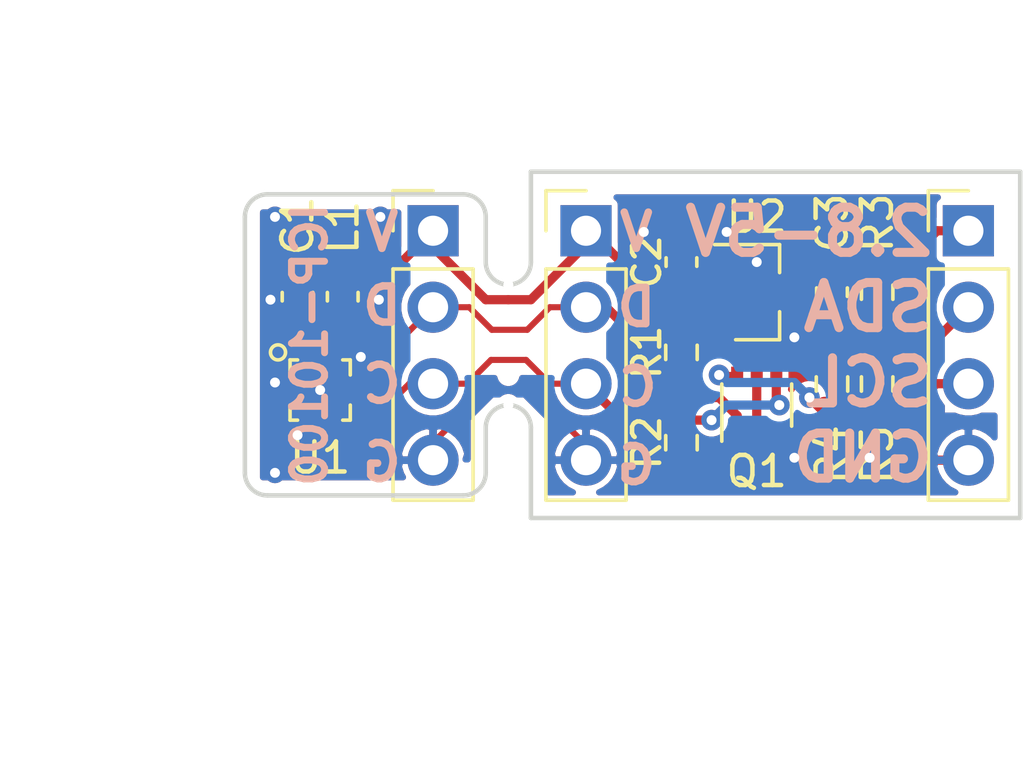
<source format=kicad_pcb>
(kicad_pcb (version 20171130) (host pcbnew "(5.1.9)-1")

  (general
    (thickness 1.6)
    (drawings 34)
    (tracks 175)
    (zones 0)
    (modules 16)
    (nets 10)
  )

  (page A4)
  (title_block
    (title "TDK InvenSense ICP-10100 Breakout Board")
    (date 2018-05-22)
    (rev C)
    (company "Designed by Adrian Studer")
  )

  (layers
    (0 F.Cu signal)
    (31 B.Cu signal)
    (32 B.Adhes user)
    (33 F.Adhes user)
    (34 B.Paste user)
    (35 F.Paste user)
    (36 B.SilkS user)
    (37 F.SilkS user)
    (38 B.Mask user)
    (39 F.Mask user)
    (40 Dwgs.User user)
    (41 Cmts.User user)
    (42 Eco1.User user)
    (43 Eco2.User user)
    (44 Edge.Cuts user)
    (45 Margin user)
    (46 B.CrtYd user)
    (47 F.CrtYd user)
    (48 B.Fab user)
    (49 F.Fab user hide)
  )

  (setup
    (last_trace_width 0.3048)
    (user_trace_width 0.1524)
    (user_trace_width 0.3048)
    (trace_clearance 0.2032)
    (zone_clearance 0.254)
    (zone_45_only yes)
    (trace_min 0.1524)
    (via_size 0.6858)
    (via_drill 0.3302)
    (via_min_size 0.6858)
    (via_min_drill 0.3302)
    (uvia_size 0.6858)
    (uvia_drill 0.3302)
    (uvias_allowed no)
    (uvia_min_size 0)
    (uvia_min_drill 0)
    (edge_width 0.15)
    (segment_width 0.2)
    (pcb_text_width 0.3)
    (pcb_text_size 1.5 1.5)
    (mod_edge_width 0.15)
    (mod_text_size 1 1)
    (mod_text_width 0.15)
    (pad_size 1.524 1.524)
    (pad_drill 0.762)
    (pad_to_mask_clearance 0.0508)
    (solder_mask_min_width 0.25)
    (aux_axis_origin 0 0)
    (visible_elements 7FFFFFFF)
    (pcbplotparams
      (layerselection 0x010f8_80000001)
      (usegerberextensions false)
      (usegerberattributes false)
      (usegerberadvancedattributes false)
      (creategerberjobfile false)
      (excludeedgelayer true)
      (linewidth 0.100000)
      (plotframeref false)
      (viasonmask false)
      (mode 1)
      (useauxorigin false)
      (hpglpennumber 1)
      (hpglpenspeed 20)
      (hpglpendiameter 15.000000)
      (psnegative false)
      (psa4output false)
      (plotreference true)
      (plotvalue false)
      (plotinvisibletext false)
      (padsonsilk false)
      (subtractmaskfromsilk false)
      (outputformat 1)
      (mirror false)
      (drillshape 0)
      (scaleselection 1)
      (outputdirectory "Gerbers/"))
  )

  (net 0 "")
  (net 1 GND)
  (net 2 /VDD18)
  (net 3 "Net-(C3-Pad1)")
  (net 4 /VDD)
  (net 5 /SCL)
  (net 6 /SDA)
  (net 7 /SCL18)
  (net 8 /SDA18)
  (net 9 "Net-(C1-Pad1)")

  (net_class Default "This is the default net class."
    (clearance 0.2032)
    (trace_width 0.2032)
    (via_dia 0.6858)
    (via_drill 0.3302)
    (uvia_dia 0.6858)
    (uvia_drill 0.3302)
    (add_net /SCL)
    (add_net /SCL18)
    (add_net /SDA)
    (add_net /SDA18)
    (add_net /VDD)
    (add_net /VDD18)
    (add_net GND)
    (add_net "Net-(C1-Pad1)")
    (add_net "Net-(C3-Pad1)")
  )

  (module Package_TO_SOT_SMD:SOT-23 (layer F.Cu) (tedit 5A02FF57) (tstamp 5A824F66)
    (at 163.75 111.25)
    (descr "SOT-23, Standard")
    (tags SOT-23)
    (path /5A8248FC)
    (attr smd)
    (fp_text reference U2 (at 0 -2.5) (layer F.SilkS)
      (effects (font (size 1 1) (thickness 0.15)))
    )
    (fp_text value AP7313R (at 0 2.5) (layer F.Fab)
      (effects (font (size 1 1) (thickness 0.15)))
    )
    (fp_text user %R (at 0 0 90) (layer F.Fab)
      (effects (font (size 0.5 0.5) (thickness 0.075)))
    )
    (fp_line (start -0.7 -0.95) (end -0.7 1.5) (layer F.Fab) (width 0.1))
    (fp_line (start -0.15 -1.52) (end 0.7 -1.52) (layer F.Fab) (width 0.1))
    (fp_line (start -0.7 -0.95) (end -0.15 -1.52) (layer F.Fab) (width 0.1))
    (fp_line (start 0.7 -1.52) (end 0.7 1.52) (layer F.Fab) (width 0.1))
    (fp_line (start -0.7 1.52) (end 0.7 1.52) (layer F.Fab) (width 0.1))
    (fp_line (start 0.76 1.58) (end 0.76 0.65) (layer F.SilkS) (width 0.12))
    (fp_line (start 0.76 -1.58) (end 0.76 -0.65) (layer F.SilkS) (width 0.12))
    (fp_line (start -1.7 -1.75) (end 1.7 -1.75) (layer F.CrtYd) (width 0.05))
    (fp_line (start 1.7 -1.75) (end 1.7 1.75) (layer F.CrtYd) (width 0.05))
    (fp_line (start 1.7 1.75) (end -1.7 1.75) (layer F.CrtYd) (width 0.05))
    (fp_line (start -1.7 1.75) (end -1.7 -1.75) (layer F.CrtYd) (width 0.05))
    (fp_line (start 0.76 -1.58) (end -1.4 -1.58) (layer F.SilkS) (width 0.12))
    (fp_line (start 0.76 1.58) (end -0.7 1.58) (layer F.SilkS) (width 0.12))
    (pad 3 smd rect (at 1 0) (size 0.9 0.8) (layers F.Cu F.Paste F.Mask)
      (net 3 "Net-(C3-Pad1)"))
    (pad 2 smd rect (at -1 0.95) (size 0.9 0.8) (layers F.Cu F.Paste F.Mask)
      (net 2 /VDD18))
    (pad 1 smd rect (at -1 -0.95) (size 0.9 0.8) (layers F.Cu F.Paste F.Mask)
      (net 1 GND))
    (model ${KISYS3DMOD}/Package_TO_SOT_SMD.3dshapes/SOT-23.wrl
      (at (xyz 0 0 0))
      (scale (xyz 1 1 1))
      (rotate (xyz 0 0 0))
    )
  )

  (module footprints:ICP-10100 (layer F.Cu) (tedit 5A9B8F62) (tstamp 5A8279ED)
    (at 149.25 114.5)
    (path /5A823A37)
    (fp_text reference U1 (at 0 2.25 180) (layer F.SilkS)
      (effects (font (size 1 1) (thickness 0.15)))
    )
    (fp_text value ICP-10100 (at 0 -2) (layer F.Fab)
      (effects (font (size 1 1) (thickness 0.15)))
    )
    (fp_text user REF** (at 0 2.25) (layer F.Fab)
      (effects (font (size 1 1) (thickness 0.15)))
    )
    (fp_circle (center -1.4 -1.25) (end -1.15 -1.25) (layer F.SilkS) (width 0.12))
    (fp_line (start 1 1) (end -1 1) (layer F.Fab) (width 0.1))
    (fp_line (start 1 -1) (end 1 1) (layer F.Fab) (width 0.1))
    (fp_line (start -0.75 -1) (end 1 -1) (layer F.Fab) (width 0.1))
    (fp_line (start -1 -0.75) (end -0.75 -1) (layer F.Fab) (width 0.1))
    (fp_line (start -1 1) (end -1 -0.75) (layer F.Fab) (width 0.1))
    (fp_line (start -1.25 1.25) (end -1.25 -1.25) (layer F.CrtYd) (width 0.05))
    (fp_line (start 1.25 1.25) (end -1.25 1.25) (layer F.CrtYd) (width 0.05))
    (fp_line (start 1.25 -1.25) (end 1.25 1.25) (layer F.CrtYd) (width 0.05))
    (fp_line (start -1.25 -1.25) (end 1.25 -1.25) (layer F.CrtYd) (width 0.05))
    (fp_line (start -1 1) (end -0.75 1) (layer F.SilkS) (width 0.12))
    (fp_line (start -1 0.5) (end -1 1) (layer F.SilkS) (width 0.12))
    (fp_line (start 1 1) (end 0.75 1) (layer F.SilkS) (width 0.12))
    (fp_line (start 1 0.5) (end 1 1) (layer F.SilkS) (width 0.12))
    (fp_line (start 1 -1) (end 1 -0.5) (layer F.SilkS) (width 0.12))
    (fp_line (start 0.75 -1) (end 1 -1) (layer F.SilkS) (width 0.12))
    (fp_line (start -1 -1) (end -1 -0.5) (layer F.SilkS) (width 0.12))
    (fp_line (start -0.75 -1) (end -1 -1) (layer F.SilkS) (width 0.12))
    (pad 10 smd rect (at -0.5 -0.775) (size 0.28 0.35) (layers F.Cu F.Paste F.Mask)
      (net 9 "Net-(C1-Pad1)"))
    (pad 9 smd rect (at 0 -0.775) (size 0.28 0.35) (layers F.Cu F.Paste F.Mask)
      (net 1 GND))
    (pad 8 smd rect (at 0.5 -0.775 180) (size 0.28 0.35) (layers F.Cu F.Paste F.Mask)
      (net 1 GND))
    (pad 7 smd rect (at 0.775 -0.25 90) (size 0.28 0.35) (layers F.Cu F.Paste F.Mask)
      (net 1 GND))
    (pad 6 smd rect (at 0.775 0.25 90) (size 0.28 0.35) (layers F.Cu F.Paste F.Mask)
      (net 9 "Net-(C1-Pad1)"))
    (pad 5 smd rect (at 0.5 0.775) (size 0.28 0.35) (layers F.Cu F.Paste F.Mask)
      (net 9 "Net-(C1-Pad1)"))
    (pad 4 smd rect (at 0 0.775) (size 0.28 0.35) (layers F.Cu F.Paste F.Mask)
      (net 8 /SDA18))
    (pad 3 smd rect (at -0.5 0.775) (size 0.28 0.35) (layers F.Cu F.Paste F.Mask)
      (net 1 GND))
    (pad 2 smd rect (at -0.775 0.25 90) (size 0.28 0.35) (layers F.Cu F.Paste F.Mask)
      (net 7 /SCL18))
    (pad 1 smd rect (at -0.775 -0.25 90) (size 0.28 0.35) (layers F.Cu F.Paste F.Mask)
      (net 1 GND))
  )

  (module Resistor_SMD:R_0603_1608Metric (layer F.Cu) (tedit 5F68FEEE) (tstamp 5A824F51)
    (at 167.75 114.3 270)
    (descr "Resistor SMD 0603 (1608 Metric), square (rectangular) end terminal, IPC_7351 nominal, (Body size source: IPC-SM-782 page 72, https://www.pcb-3d.com/wordpress/wp-content/uploads/ipc-sm-782a_amendment_1_and_2.pdf), generated with kicad-footprint-generator")
    (tags resistor)
    (path /5A82469A)
    (attr smd)
    (fp_text reference R5 (at 2.35 0 90) (layer F.SilkS)
      (effects (font (size 1 1) (thickness 0.15)))
    )
    (fp_text value 10K (at 0 1.43 90) (layer F.Fab)
      (effects (font (size 1 1) (thickness 0.15)))
    )
    (fp_text user %R (at 0 0 90) (layer F.Fab)
      (effects (font (size 0.4 0.4) (thickness 0.06)))
    )
    (fp_line (start -0.8 0.4125) (end -0.8 -0.4125) (layer F.Fab) (width 0.1))
    (fp_line (start -0.8 -0.4125) (end 0.8 -0.4125) (layer F.Fab) (width 0.1))
    (fp_line (start 0.8 -0.4125) (end 0.8 0.4125) (layer F.Fab) (width 0.1))
    (fp_line (start 0.8 0.4125) (end -0.8 0.4125) (layer F.Fab) (width 0.1))
    (fp_line (start -0.237258 -0.5225) (end 0.237258 -0.5225) (layer F.SilkS) (width 0.12))
    (fp_line (start -0.237258 0.5225) (end 0.237258 0.5225) (layer F.SilkS) (width 0.12))
    (fp_line (start -1.48 0.73) (end -1.48 -0.73) (layer F.CrtYd) (width 0.05))
    (fp_line (start -1.48 -0.73) (end 1.48 -0.73) (layer F.CrtYd) (width 0.05))
    (fp_line (start 1.48 -0.73) (end 1.48 0.73) (layer F.CrtYd) (width 0.05))
    (fp_line (start 1.48 0.73) (end -1.48 0.73) (layer F.CrtYd) (width 0.05))
    (pad 2 smd roundrect (at 0.825 0 270) (size 0.8 0.95) (layers F.Cu F.Paste F.Mask) (roundrect_rratio 0.25)
      (net 5 /SCL))
    (pad 1 smd roundrect (at -0.825 0 270) (size 0.8 0.95) (layers F.Cu F.Paste F.Mask) (roundrect_rratio 0.25)
      (net 4 /VDD))
    (model ${KISYS3DMOD}/Resistor_SMD.3dshapes/R_0603_1608Metric.wrl
      (at (xyz 0 0 0))
      (scale (xyz 1 1 1))
      (rotate (xyz 0 0 0))
    )
  )

  (module Resistor_SMD:R_0603_1608Metric (layer F.Cu) (tedit 5F68FEEE) (tstamp 5A824F40)
    (at 166.25 114.3 270)
    (descr "Resistor SMD 0603 (1608 Metric), square (rectangular) end terminal, IPC_7351 nominal, (Body size source: IPC-SM-782 page 72, https://www.pcb-3d.com/wordpress/wp-content/uploads/ipc-sm-782a_amendment_1_and_2.pdf), generated with kicad-footprint-generator")
    (tags resistor)
    (path /5A8246A0)
    (attr smd)
    (fp_text reference R4 (at 2.35 0 90) (layer F.SilkS)
      (effects (font (size 1 1) (thickness 0.15)))
    )
    (fp_text value 10K (at 0 1.43 90) (layer F.Fab)
      (effects (font (size 1 1) (thickness 0.15)))
    )
    (fp_text user %R (at 0 0 90) (layer F.Fab)
      (effects (font (size 0.4 0.4) (thickness 0.06)))
    )
    (fp_line (start -0.8 0.4125) (end -0.8 -0.4125) (layer F.Fab) (width 0.1))
    (fp_line (start -0.8 -0.4125) (end 0.8 -0.4125) (layer F.Fab) (width 0.1))
    (fp_line (start 0.8 -0.4125) (end 0.8 0.4125) (layer F.Fab) (width 0.1))
    (fp_line (start 0.8 0.4125) (end -0.8 0.4125) (layer F.Fab) (width 0.1))
    (fp_line (start -0.237258 -0.5225) (end 0.237258 -0.5225) (layer F.SilkS) (width 0.12))
    (fp_line (start -0.237258 0.5225) (end 0.237258 0.5225) (layer F.SilkS) (width 0.12))
    (fp_line (start -1.48 0.73) (end -1.48 -0.73) (layer F.CrtYd) (width 0.05))
    (fp_line (start -1.48 -0.73) (end 1.48 -0.73) (layer F.CrtYd) (width 0.05))
    (fp_line (start 1.48 -0.73) (end 1.48 0.73) (layer F.CrtYd) (width 0.05))
    (fp_line (start 1.48 0.73) (end -1.48 0.73) (layer F.CrtYd) (width 0.05))
    (pad 2 smd roundrect (at 0.825 0 270) (size 0.8 0.95) (layers F.Cu F.Paste F.Mask) (roundrect_rratio 0.25)
      (net 6 /SDA))
    (pad 1 smd roundrect (at -0.825 0 270) (size 0.8 0.95) (layers F.Cu F.Paste F.Mask) (roundrect_rratio 0.25)
      (net 4 /VDD))
    (model ${KISYS3DMOD}/Resistor_SMD.3dshapes/R_0603_1608Metric.wrl
      (at (xyz 0 0 0))
      (scale (xyz 1 1 1))
      (rotate (xyz 0 0 0))
    )
  )

  (module Resistor_SMD:R_0603_1608Metric (layer F.Cu) (tedit 5F68FEEE) (tstamp 5A824F2F)
    (at 167.75 111.25 270)
    (descr "Resistor SMD 0603 (1608 Metric), square (rectangular) end terminal, IPC_7351 nominal, (Body size source: IPC-SM-782 page 72, https://www.pcb-3d.com/wordpress/wp-content/uploads/ipc-sm-782a_amendment_1_and_2.pdf), generated with kicad-footprint-generator")
    (tags resistor)
    (path /5A824D91)
    (attr smd)
    (fp_text reference R3 (at -2.3 0 90) (layer F.SilkS)
      (effects (font (size 1 1) (thickness 0.15)))
    )
    (fp_text value 1K (at 0 1.43 90) (layer F.Fab)
      (effects (font (size 1 1) (thickness 0.15)))
    )
    (fp_text user %R (at 0 0 90) (layer F.Fab)
      (effects (font (size 0.4 0.4) (thickness 0.06)))
    )
    (fp_line (start -0.8 0.4125) (end -0.8 -0.4125) (layer F.Fab) (width 0.1))
    (fp_line (start -0.8 -0.4125) (end 0.8 -0.4125) (layer F.Fab) (width 0.1))
    (fp_line (start 0.8 -0.4125) (end 0.8 0.4125) (layer F.Fab) (width 0.1))
    (fp_line (start 0.8 0.4125) (end -0.8 0.4125) (layer F.Fab) (width 0.1))
    (fp_line (start -0.237258 -0.5225) (end 0.237258 -0.5225) (layer F.SilkS) (width 0.12))
    (fp_line (start -0.237258 0.5225) (end 0.237258 0.5225) (layer F.SilkS) (width 0.12))
    (fp_line (start -1.48 0.73) (end -1.48 -0.73) (layer F.CrtYd) (width 0.05))
    (fp_line (start -1.48 -0.73) (end 1.48 -0.73) (layer F.CrtYd) (width 0.05))
    (fp_line (start 1.48 -0.73) (end 1.48 0.73) (layer F.CrtYd) (width 0.05))
    (fp_line (start 1.48 0.73) (end -1.48 0.73) (layer F.CrtYd) (width 0.05))
    (pad 2 smd roundrect (at 0.825 0 270) (size 0.8 0.95) (layers F.Cu F.Paste F.Mask) (roundrect_rratio 0.25)
      (net 3 "Net-(C3-Pad1)"))
    (pad 1 smd roundrect (at -0.825 0 270) (size 0.8 0.95) (layers F.Cu F.Paste F.Mask) (roundrect_rratio 0.25)
      (net 4 /VDD))
    (model ${KISYS3DMOD}/Resistor_SMD.3dshapes/R_0603_1608Metric.wrl
      (at (xyz 0 0 0))
      (scale (xyz 1 1 1))
      (rotate (xyz 0 0 0))
    )
  )

  (module Resistor_SMD:R_0603_1608Metric (layer F.Cu) (tedit 5F68FEEE) (tstamp 5A824F1E)
    (at 161.25 116.25 90)
    (descr "Resistor SMD 0603 (1608 Metric), square (rectangular) end terminal, IPC_7351 nominal, (Body size source: IPC-SM-782 page 72, https://www.pcb-3d.com/wordpress/wp-content/uploads/ipc-sm-782a_amendment_1_and_2.pdf), generated with kicad-footprint-generator")
    (tags resistor)
    (path /5A824421)
    (attr smd)
    (fp_text reference R2 (at 0 -1.15 90) (layer F.SilkS)
      (effects (font (size 0.9 0.9) (thickness 0.15)))
    )
    (fp_text value 10K (at 0 1.43 90) (layer F.Fab)
      (effects (font (size 1 1) (thickness 0.15)))
    )
    (fp_text user %R (at 0 0 90) (layer F.Fab)
      (effects (font (size 0.4 0.4) (thickness 0.06)))
    )
    (fp_line (start -0.8 0.4125) (end -0.8 -0.4125) (layer F.Fab) (width 0.1))
    (fp_line (start -0.8 -0.4125) (end 0.8 -0.4125) (layer F.Fab) (width 0.1))
    (fp_line (start 0.8 -0.4125) (end 0.8 0.4125) (layer F.Fab) (width 0.1))
    (fp_line (start 0.8 0.4125) (end -0.8 0.4125) (layer F.Fab) (width 0.1))
    (fp_line (start -0.237258 -0.5225) (end 0.237258 -0.5225) (layer F.SilkS) (width 0.12))
    (fp_line (start -0.237258 0.5225) (end 0.237258 0.5225) (layer F.SilkS) (width 0.12))
    (fp_line (start -1.48 0.73) (end -1.48 -0.73) (layer F.CrtYd) (width 0.05))
    (fp_line (start -1.48 -0.73) (end 1.48 -0.73) (layer F.CrtYd) (width 0.05))
    (fp_line (start 1.48 -0.73) (end 1.48 0.73) (layer F.CrtYd) (width 0.05))
    (fp_line (start 1.48 0.73) (end -1.48 0.73) (layer F.CrtYd) (width 0.05))
    (pad 2 smd roundrect (at 0.825 0 90) (size 0.8 0.95) (layers F.Cu F.Paste F.Mask) (roundrect_rratio 0.25)
      (net 7 /SCL18))
    (pad 1 smd roundrect (at -0.825 0 90) (size 0.8 0.95) (layers F.Cu F.Paste F.Mask) (roundrect_rratio 0.25)
      (net 2 /VDD18))
    (model ${KISYS3DMOD}/Resistor_SMD.3dshapes/R_0603_1608Metric.wrl
      (at (xyz 0 0 0))
      (scale (xyz 1 1 1))
      (rotate (xyz 0 0 0))
    )
  )

  (module Resistor_SMD:R_0603_1608Metric (layer F.Cu) (tedit 5F68FEEE) (tstamp 5A824F0D)
    (at 161.25 113.25 270)
    (descr "Resistor SMD 0603 (1608 Metric), square (rectangular) end terminal, IPC_7351 nominal, (Body size source: IPC-SM-782 page 72, https://www.pcb-3d.com/wordpress/wp-content/uploads/ipc-sm-782a_amendment_1_and_2.pdf), generated with kicad-footprint-generator")
    (tags resistor)
    (path /5A824458)
    (attr smd)
    (fp_text reference R1 (at 0 1.15 90) (layer F.SilkS)
      (effects (font (size 0.9 0.9) (thickness 0.15)))
    )
    (fp_text value 10K (at 0 1.43 90) (layer F.Fab)
      (effects (font (size 1 1) (thickness 0.15)))
    )
    (fp_text user %R (at 0 0 90) (layer F.Fab)
      (effects (font (size 0.4 0.4) (thickness 0.06)))
    )
    (fp_line (start -0.8 0.4125) (end -0.8 -0.4125) (layer F.Fab) (width 0.1))
    (fp_line (start -0.8 -0.4125) (end 0.8 -0.4125) (layer F.Fab) (width 0.1))
    (fp_line (start 0.8 -0.4125) (end 0.8 0.4125) (layer F.Fab) (width 0.1))
    (fp_line (start 0.8 0.4125) (end -0.8 0.4125) (layer F.Fab) (width 0.1))
    (fp_line (start -0.237258 -0.5225) (end 0.237258 -0.5225) (layer F.SilkS) (width 0.12))
    (fp_line (start -0.237258 0.5225) (end 0.237258 0.5225) (layer F.SilkS) (width 0.12))
    (fp_line (start -1.48 0.73) (end -1.48 -0.73) (layer F.CrtYd) (width 0.05))
    (fp_line (start -1.48 -0.73) (end 1.48 -0.73) (layer F.CrtYd) (width 0.05))
    (fp_line (start 1.48 -0.73) (end 1.48 0.73) (layer F.CrtYd) (width 0.05))
    (fp_line (start 1.48 0.73) (end -1.48 0.73) (layer F.CrtYd) (width 0.05))
    (pad 2 smd roundrect (at 0.825 0 270) (size 0.8 0.95) (layers F.Cu F.Paste F.Mask) (roundrect_rratio 0.25)
      (net 8 /SDA18))
    (pad 1 smd roundrect (at -0.825 0 270) (size 0.8 0.95) (layers F.Cu F.Paste F.Mask) (roundrect_rratio 0.25)
      (net 2 /VDD18))
    (model ${KISYS3DMOD}/Resistor_SMD.3dshapes/R_0603_1608Metric.wrl
      (at (xyz 0 0 0))
      (scale (xyz 1 1 1))
      (rotate (xyz 0 0 0))
    )
  )

  (module Package_TO_SOT_SMD:SOT-363_SC-70-6 (layer F.Cu) (tedit 5A02FF57) (tstamp 60480F31)
    (at 163.75 115 90)
    (descr "SOT-363, SC-70-6")
    (tags "SOT-363 SC-70-6")
    (path /5A8240A4)
    (attr smd)
    (fp_text reference Q1 (at -2.2 0 180) (layer F.SilkS)
      (effects (font (size 1 1) (thickness 0.15)))
    )
    (fp_text value UM6K34NTCN (at 0 2 270) (layer F.Fab)
      (effects (font (size 1 1) (thickness 0.15)))
    )
    (fp_text user %R (at 0 0) (layer F.Fab)
      (effects (font (size 0.5 0.5) (thickness 0.075)))
    )
    (fp_line (start 0.7 -1.16) (end -1.2 -1.16) (layer F.SilkS) (width 0.12))
    (fp_line (start -0.7 1.16) (end 0.7 1.16) (layer F.SilkS) (width 0.12))
    (fp_line (start 1.6 1.4) (end 1.6 -1.4) (layer F.CrtYd) (width 0.05))
    (fp_line (start -1.6 -1.4) (end -1.6 1.4) (layer F.CrtYd) (width 0.05))
    (fp_line (start -1.6 -1.4) (end 1.6 -1.4) (layer F.CrtYd) (width 0.05))
    (fp_line (start 0.675 -1.1) (end -0.175 -1.1) (layer F.Fab) (width 0.1))
    (fp_line (start -0.675 -0.6) (end -0.675 1.1) (layer F.Fab) (width 0.1))
    (fp_line (start -1.6 1.4) (end 1.6 1.4) (layer F.CrtYd) (width 0.05))
    (fp_line (start 0.675 -1.1) (end 0.675 1.1) (layer F.Fab) (width 0.1))
    (fp_line (start 0.675 1.1) (end -0.675 1.1) (layer F.Fab) (width 0.1))
    (fp_line (start -0.175 -1.1) (end -0.675 -0.6) (layer F.Fab) (width 0.1))
    (pad 6 smd rect (at 0.95 -0.65 90) (size 0.65 0.4) (layers F.Cu F.Paste F.Mask)
      (net 6 /SDA))
    (pad 4 smd rect (at 0.95 0.65 90) (size 0.65 0.4) (layers F.Cu F.Paste F.Mask)
      (net 7 /SCL18))
    (pad 2 smd rect (at -0.95 0 90) (size 0.65 0.4) (layers F.Cu F.Paste F.Mask)
      (net 2 /VDD18))
    (pad 5 smd rect (at 0.95 0 90) (size 0.65 0.4) (layers F.Cu F.Paste F.Mask)
      (net 2 /VDD18))
    (pad 3 smd rect (at -0.95 0.65 90) (size 0.65 0.4) (layers F.Cu F.Paste F.Mask)
      (net 5 /SCL))
    (pad 1 smd rect (at -0.95 -0.65 90) (size 0.65 0.4) (layers F.Cu F.Paste F.Mask)
      (net 8 /SDA18))
    (model ${KISYS3DMOD}/Package_TO_SOT_SMD.3dshapes/SOT-363_SC-70-6.wrl
      (at (xyz 0 0 0))
      (scale (xyz 1 1 1))
      (rotate (xyz 0 0 0))
    )
  )

  (module Capacitor_SMD:C_0603_1608Metric (layer F.Cu) (tedit 5F68FEEE) (tstamp 6048141E)
    (at 150 111.4 90)
    (descr "Capacitor SMD 0603 (1608 Metric), square (rectangular) end terminal, IPC_7351 nominal, (Body size source: IPC-SM-782 page 76, https://www.pcb-3d.com/wordpress/wp-content/uploads/ipc-sm-782a_amendment_1_and_2.pdf), generated with kicad-footprint-generator")
    (tags capacitor)
    (path /5A827627)
    (attr smd)
    (fp_text reference L1 (at 2.3 0 90) (layer F.SilkS)
      (effects (font (size 1 1) (thickness 0.15)))
    )
    (fp_text value Ferrite (at 0 1.43 90) (layer F.Fab)
      (effects (font (size 1 1) (thickness 0.15)))
    )
    (fp_text user %R (at 0 0 90) (layer F.Fab)
      (effects (font (size 0.4 0.4) (thickness 0.06)))
    )
    (fp_line (start -0.8 0.4) (end -0.8 -0.4) (layer F.Fab) (width 0.1))
    (fp_line (start -0.8 -0.4) (end 0.8 -0.4) (layer F.Fab) (width 0.1))
    (fp_line (start 0.8 -0.4) (end 0.8 0.4) (layer F.Fab) (width 0.1))
    (fp_line (start 0.8 0.4) (end -0.8 0.4) (layer F.Fab) (width 0.1))
    (fp_line (start -0.14058 -0.51) (end 0.14058 -0.51) (layer F.SilkS) (width 0.12))
    (fp_line (start -0.14058 0.51) (end 0.14058 0.51) (layer F.SilkS) (width 0.12))
    (fp_line (start -1.48 0.73) (end -1.48 -0.73) (layer F.CrtYd) (width 0.05))
    (fp_line (start -1.48 -0.73) (end 1.48 -0.73) (layer F.CrtYd) (width 0.05))
    (fp_line (start 1.48 -0.73) (end 1.48 0.73) (layer F.CrtYd) (width 0.05))
    (fp_line (start 1.48 0.73) (end -1.48 0.73) (layer F.CrtYd) (width 0.05))
    (pad 2 smd roundrect (at 0.775 0 90) (size 0.9 0.95) (layers F.Cu F.Paste F.Mask) (roundrect_rratio 0.25)
      (net 2 /VDD18))
    (pad 1 smd roundrect (at -0.775 0 90) (size 0.9 0.95) (layers F.Cu F.Paste F.Mask) (roundrect_rratio 0.25)
      (net 9 "Net-(C1-Pad1)"))
    (model ${KISYS3DMOD}/Capacitor_SMD.3dshapes/C_0603_1608Metric.wrl
      (at (xyz 0 0 0))
      (scale (xyz 1 1 1))
      (rotate (xyz 0 0 0))
    )
  )

  (module Connector_PinHeader_2.54mm:PinHeader_1x04_P2.54mm_Vertical (layer F.Cu) (tedit 59FED5CC) (tstamp 5A963EA0)
    (at 153 109.21)
    (descr "Through hole straight pin header, 1x04, 2.54mm pitch, single row")
    (tags "Through hole pin header THT 1x04 2.54mm single row")
    (path /5A963DB9)
    (fp_text reference J3 (at 0 -2.33) (layer F.SilkS) hide
      (effects (font (size 1 1) (thickness 0.15)))
    )
    (fp_text value Conn_01x04 (at 0 9.95) (layer F.Fab)
      (effects (font (size 1 1) (thickness 0.15)))
    )
    (fp_text user %R (at 0 3.81 90) (layer F.Fab)
      (effects (font (size 1 1) (thickness 0.15)))
    )
    (fp_line (start -0.635 -1.27) (end 1.27 -1.27) (layer F.Fab) (width 0.1))
    (fp_line (start 1.27 -1.27) (end 1.27 8.89) (layer F.Fab) (width 0.1))
    (fp_line (start 1.27 8.89) (end -1.27 8.89) (layer F.Fab) (width 0.1))
    (fp_line (start -1.27 8.89) (end -1.27 -0.635) (layer F.Fab) (width 0.1))
    (fp_line (start -1.27 -0.635) (end -0.635 -1.27) (layer F.Fab) (width 0.1))
    (fp_line (start -1.33 8.95) (end 1.33 8.95) (layer F.SilkS) (width 0.12))
    (fp_line (start -1.33 1.27) (end -1.33 8.95) (layer F.SilkS) (width 0.12))
    (fp_line (start 1.33 1.27) (end 1.33 8.95) (layer F.SilkS) (width 0.12))
    (fp_line (start -1.33 1.27) (end 1.33 1.27) (layer F.SilkS) (width 0.12))
    (fp_line (start -1.33 0) (end -1.33 -1.33) (layer F.SilkS) (width 0.12))
    (fp_line (start -1.33 -1.33) (end 0 -1.33) (layer F.SilkS) (width 0.12))
    (fp_line (start -1.8 -1.8) (end -1.8 9.4) (layer F.CrtYd) (width 0.05))
    (fp_line (start -1.8 9.4) (end 1.8 9.4) (layer F.CrtYd) (width 0.05))
    (fp_line (start 1.8 9.4) (end 1.8 -1.8) (layer F.CrtYd) (width 0.05))
    (fp_line (start 1.8 -1.8) (end -1.8 -1.8) (layer F.CrtYd) (width 0.05))
    (pad 4 thru_hole oval (at 0 7.62) (size 1.7 1.7) (drill 1) (layers *.Cu *.Mask)
      (net 1 GND))
    (pad 3 thru_hole oval (at 0 5.08) (size 1.7 1.7) (drill 1) (layers *.Cu *.Mask)
      (net 7 /SCL18))
    (pad 2 thru_hole oval (at 0 2.54) (size 1.7 1.7) (drill 1) (layers *.Cu *.Mask)
      (net 8 /SDA18))
    (pad 1 thru_hole rect (at 0 0) (size 1.7 1.7) (drill 1) (layers *.Cu *.Mask)
      (net 2 /VDD18))
    (model ${KISYS3DMOD}/Connector_PinHeader_2.54mm.3dshapes/PinHeader_1x04_P2.54mm_Vertical.wrl
      (at (xyz 0 0 0))
      (scale (xyz 1 1 1))
      (rotate (xyz 0 0 0))
    )
  )

  (module Connector_PinHeader_2.54mm:PinHeader_1x04_P2.54mm_Vertical (layer F.Cu) (tedit 59FED5CC) (tstamp 604811DA)
    (at 158.08 109.21)
    (descr "Through hole straight pin header, 1x04, 2.54mm pitch, single row")
    (tags "Through hole pin header THT 1x04 2.54mm single row")
    (path /5A963E14)
    (fp_text reference J2 (at 0 -2.33) (layer F.SilkS) hide
      (effects (font (size 1 1) (thickness 0.15)))
    )
    (fp_text value Conn_01x04 (at 0 9.95) (layer F.Fab)
      (effects (font (size 1 1) (thickness 0.15)))
    )
    (fp_text user %R (at 0 3.81 90) (layer F.Fab)
      (effects (font (size 1 1) (thickness 0.15)))
    )
    (fp_line (start -0.635 -1.27) (end 1.27 -1.27) (layer F.Fab) (width 0.1))
    (fp_line (start 1.27 -1.27) (end 1.27 8.89) (layer F.Fab) (width 0.1))
    (fp_line (start 1.27 8.89) (end -1.27 8.89) (layer F.Fab) (width 0.1))
    (fp_line (start -1.27 8.89) (end -1.27 -0.635) (layer F.Fab) (width 0.1))
    (fp_line (start -1.27 -0.635) (end -0.635 -1.27) (layer F.Fab) (width 0.1))
    (fp_line (start -1.33 8.95) (end 1.33 8.95) (layer F.SilkS) (width 0.12))
    (fp_line (start -1.33 1.27) (end -1.33 8.95) (layer F.SilkS) (width 0.12))
    (fp_line (start 1.33 1.27) (end 1.33 8.95) (layer F.SilkS) (width 0.12))
    (fp_line (start -1.33 1.27) (end 1.33 1.27) (layer F.SilkS) (width 0.12))
    (fp_line (start -1.33 0) (end -1.33 -1.33) (layer F.SilkS) (width 0.12))
    (fp_line (start -1.33 -1.33) (end 0 -1.33) (layer F.SilkS) (width 0.12))
    (fp_line (start -1.8 -1.8) (end -1.8 9.4) (layer F.CrtYd) (width 0.05))
    (fp_line (start -1.8 9.4) (end 1.8 9.4) (layer F.CrtYd) (width 0.05))
    (fp_line (start 1.8 9.4) (end 1.8 -1.8) (layer F.CrtYd) (width 0.05))
    (fp_line (start 1.8 -1.8) (end -1.8 -1.8) (layer F.CrtYd) (width 0.05))
    (pad 4 thru_hole oval (at 0 7.62) (size 1.7 1.7) (drill 1) (layers *.Cu *.Mask)
      (net 1 GND))
    (pad 3 thru_hole oval (at 0 5.08) (size 1.7 1.7) (drill 1) (layers *.Cu *.Mask)
      (net 7 /SCL18))
    (pad 2 thru_hole oval (at 0 2.54) (size 1.7 1.7) (drill 1) (layers *.Cu *.Mask)
      (net 8 /SDA18))
    (pad 1 thru_hole rect (at 0 0) (size 1.7 1.7) (drill 1) (layers *.Cu *.Mask)
      (net 2 /VDD18))
    (model ${KISYS3DMOD}/Connector_PinHeader_2.54mm.3dshapes/PinHeader_1x04_P2.54mm_Vertical.wrl
      (at (xyz 0 0 0))
      (scale (xyz 1 1 1))
      (rotate (xyz 0 0 0))
    )
  )

  (module Connector_PinHeader_2.54mm:PinHeader_1x04_P2.54mm_Vertical (layer F.Cu) (tedit 59FED5CC) (tstamp 5A824EE6)
    (at 170.78 109.21)
    (descr "Through hole straight pin header, 1x04, 2.54mm pitch, single row")
    (tags "Through hole pin header THT 1x04 2.54mm single row")
    (path /5A8259B9)
    (fp_text reference J1 (at 0 -2.33) (layer F.SilkS) hide
      (effects (font (size 1 1) (thickness 0.15)))
    )
    (fp_text value Conn_01x04 (at 0 9.95) (layer F.Fab)
      (effects (font (size 1 1) (thickness 0.15)))
    )
    (fp_text user %R (at 0 3.81 90) (layer F.Fab)
      (effects (font (size 1 1) (thickness 0.15)))
    )
    (fp_line (start -0.635 -1.27) (end 1.27 -1.27) (layer F.Fab) (width 0.1))
    (fp_line (start 1.27 -1.27) (end 1.27 8.89) (layer F.Fab) (width 0.1))
    (fp_line (start 1.27 8.89) (end -1.27 8.89) (layer F.Fab) (width 0.1))
    (fp_line (start -1.27 8.89) (end -1.27 -0.635) (layer F.Fab) (width 0.1))
    (fp_line (start -1.27 -0.635) (end -0.635 -1.27) (layer F.Fab) (width 0.1))
    (fp_line (start -1.33 8.95) (end 1.33 8.95) (layer F.SilkS) (width 0.12))
    (fp_line (start -1.33 1.27) (end -1.33 8.95) (layer F.SilkS) (width 0.12))
    (fp_line (start 1.33 1.27) (end 1.33 8.95) (layer F.SilkS) (width 0.12))
    (fp_line (start -1.33 1.27) (end 1.33 1.27) (layer F.SilkS) (width 0.12))
    (fp_line (start -1.33 0) (end -1.33 -1.33) (layer F.SilkS) (width 0.12))
    (fp_line (start -1.33 -1.33) (end 0 -1.33) (layer F.SilkS) (width 0.12))
    (fp_line (start -1.8 -1.8) (end -1.8 9.4) (layer F.CrtYd) (width 0.05))
    (fp_line (start -1.8 9.4) (end 1.8 9.4) (layer F.CrtYd) (width 0.05))
    (fp_line (start 1.8 9.4) (end 1.8 -1.8) (layer F.CrtYd) (width 0.05))
    (fp_line (start 1.8 -1.8) (end -1.8 -1.8) (layer F.CrtYd) (width 0.05))
    (pad 4 thru_hole oval (at 0 7.62) (size 1.7 1.7) (drill 1) (layers *.Cu *.Mask)
      (net 1 GND))
    (pad 3 thru_hole oval (at 0 5.08) (size 1.7 1.7) (drill 1) (layers *.Cu *.Mask)
      (net 5 /SCL))
    (pad 2 thru_hole oval (at 0 2.54) (size 1.7 1.7) (drill 1) (layers *.Cu *.Mask)
      (net 6 /SDA))
    (pad 1 thru_hole rect (at 0 0) (size 1.7 1.7) (drill 1) (layers *.Cu *.Mask)
      (net 4 /VDD))
    (model ${KISYS3DMOD}/Connector_PinHeader_2.54mm.3dshapes/PinHeader_1x04_P2.54mm_Vertical.wrl
      (at (xyz 0 0 0))
      (scale (xyz 1 1 1))
      (rotate (xyz 0 0 0))
    )
  )

  (module Capacitor_SMD:C_0603_1608Metric (layer F.Cu) (tedit 5F68FEEE) (tstamp 5A824ECF)
    (at 166.25 111.25 90)
    (descr "Capacitor SMD 0603 (1608 Metric), square (rectangular) end terminal, IPC_7351 nominal, (Body size source: IPC-SM-782 page 76, https://www.pcb-3d.com/wordpress/wp-content/uploads/ipc-sm-782a_amendment_1_and_2.pdf), generated with kicad-footprint-generator")
    (tags capacitor)
    (path /5A824D11)
    (attr smd)
    (fp_text reference C3 (at 2.3 0 90) (layer F.SilkS)
      (effects (font (size 1 1) (thickness 0.15)))
    )
    (fp_text value 1uF (at 0 1.43 90) (layer F.Fab)
      (effects (font (size 1 1) (thickness 0.15)))
    )
    (fp_text user %R (at 0 0 90) (layer F.Fab)
      (effects (font (size 0.4 0.4) (thickness 0.06)))
    )
    (fp_line (start -0.8 0.4) (end -0.8 -0.4) (layer F.Fab) (width 0.1))
    (fp_line (start -0.8 -0.4) (end 0.8 -0.4) (layer F.Fab) (width 0.1))
    (fp_line (start 0.8 -0.4) (end 0.8 0.4) (layer F.Fab) (width 0.1))
    (fp_line (start 0.8 0.4) (end -0.8 0.4) (layer F.Fab) (width 0.1))
    (fp_line (start -0.14058 -0.51) (end 0.14058 -0.51) (layer F.SilkS) (width 0.12))
    (fp_line (start -0.14058 0.51) (end 0.14058 0.51) (layer F.SilkS) (width 0.12))
    (fp_line (start -1.48 0.73) (end -1.48 -0.73) (layer F.CrtYd) (width 0.05))
    (fp_line (start -1.48 -0.73) (end 1.48 -0.73) (layer F.CrtYd) (width 0.05))
    (fp_line (start 1.48 -0.73) (end 1.48 0.73) (layer F.CrtYd) (width 0.05))
    (fp_line (start 1.48 0.73) (end -1.48 0.73) (layer F.CrtYd) (width 0.05))
    (pad 2 smd roundrect (at 0.775 0 90) (size 0.9 0.95) (layers F.Cu F.Paste F.Mask) (roundrect_rratio 0.25)
      (net 1 GND))
    (pad 1 smd roundrect (at -0.775 0 90) (size 0.9 0.95) (layers F.Cu F.Paste F.Mask) (roundrect_rratio 0.25)
      (net 3 "Net-(C3-Pad1)"))
    (model ${KISYS3DMOD}/Capacitor_SMD.3dshapes/C_0603_1608Metric.wrl
      (at (xyz 0 0 0))
      (scale (xyz 1 1 1))
      (rotate (xyz 0 0 0))
    )
  )

  (module Capacitor_SMD:C_0603_1608Metric (layer F.Cu) (tedit 5F68FEEE) (tstamp 5A824EBE)
    (at 161.25 110.25 90)
    (descr "Capacitor SMD 0603 (1608 Metric), square (rectangular) end terminal, IPC_7351 nominal, (Body size source: IPC-SM-782 page 76, https://www.pcb-3d.com/wordpress/wp-content/uploads/ipc-sm-782a_amendment_1_and_2.pdf), generated with kicad-footprint-generator")
    (tags capacitor)
    (path /5A824C7A)
    (attr smd)
    (fp_text reference C2 (at 0 -1.15 90) (layer F.SilkS)
      (effects (font (size 0.9 0.9) (thickness 0.15)))
    )
    (fp_text value 1uF (at 0 1.43 90) (layer F.Fab)
      (effects (font (size 1 1) (thickness 0.15)))
    )
    (fp_text user %R (at 0 0 90) (layer F.Fab)
      (effects (font (size 0.4 0.4) (thickness 0.06)))
    )
    (fp_line (start -0.8 0.4) (end -0.8 -0.4) (layer F.Fab) (width 0.1))
    (fp_line (start -0.8 -0.4) (end 0.8 -0.4) (layer F.Fab) (width 0.1))
    (fp_line (start 0.8 -0.4) (end 0.8 0.4) (layer F.Fab) (width 0.1))
    (fp_line (start 0.8 0.4) (end -0.8 0.4) (layer F.Fab) (width 0.1))
    (fp_line (start -0.14058 -0.51) (end 0.14058 -0.51) (layer F.SilkS) (width 0.12))
    (fp_line (start -0.14058 0.51) (end 0.14058 0.51) (layer F.SilkS) (width 0.12))
    (fp_line (start -1.48 0.73) (end -1.48 -0.73) (layer F.CrtYd) (width 0.05))
    (fp_line (start -1.48 -0.73) (end 1.48 -0.73) (layer F.CrtYd) (width 0.05))
    (fp_line (start 1.48 -0.73) (end 1.48 0.73) (layer F.CrtYd) (width 0.05))
    (fp_line (start 1.48 0.73) (end -1.48 0.73) (layer F.CrtYd) (width 0.05))
    (pad 2 smd roundrect (at 0.775 0 90) (size 0.9 0.95) (layers F.Cu F.Paste F.Mask) (roundrect_rratio 0.25)
      (net 1 GND))
    (pad 1 smd roundrect (at -0.775 0 90) (size 0.9 0.95) (layers F.Cu F.Paste F.Mask) (roundrect_rratio 0.25)
      (net 2 /VDD18))
    (model ${KISYS3DMOD}/Capacitor_SMD.3dshapes/C_0603_1608Metric.wrl
      (at (xyz 0 0 0))
      (scale (xyz 1 1 1))
      (rotate (xyz 0 0 0))
    )
  )

  (module Capacitor_SMD:C_0603_1608Metric (layer F.Cu) (tedit 5F68FEEE) (tstamp 5A824EAD)
    (at 148.5 111.4 90)
    (descr "Capacitor SMD 0603 (1608 Metric), square (rectangular) end terminal, IPC_7351 nominal, (Body size source: IPC-SM-782 page 76, https://www.pcb-3d.com/wordpress/wp-content/uploads/ipc-sm-782a_amendment_1_and_2.pdf), generated with kicad-footprint-generator")
    (tags capacitor)
    (path /5A823B64)
    (attr smd)
    (fp_text reference C1 (at 2.35 0 90) (layer F.SilkS)
      (effects (font (size 1 1) (thickness 0.15)))
    )
    (fp_text value 100nF (at 0 1.43 90) (layer F.Fab)
      (effects (font (size 1 1) (thickness 0.15)))
    )
    (fp_text user %R (at 0 0 90) (layer F.Fab)
      (effects (font (size 0.4 0.4) (thickness 0.06)))
    )
    (fp_line (start -0.8 0.4) (end -0.8 -0.4) (layer F.Fab) (width 0.1))
    (fp_line (start -0.8 -0.4) (end 0.8 -0.4) (layer F.Fab) (width 0.1))
    (fp_line (start 0.8 -0.4) (end 0.8 0.4) (layer F.Fab) (width 0.1))
    (fp_line (start 0.8 0.4) (end -0.8 0.4) (layer F.Fab) (width 0.1))
    (fp_line (start -0.14058 -0.51) (end 0.14058 -0.51) (layer F.SilkS) (width 0.12))
    (fp_line (start -0.14058 0.51) (end 0.14058 0.51) (layer F.SilkS) (width 0.12))
    (fp_line (start -1.48 0.73) (end -1.48 -0.73) (layer F.CrtYd) (width 0.05))
    (fp_line (start -1.48 -0.73) (end 1.48 -0.73) (layer F.CrtYd) (width 0.05))
    (fp_line (start 1.48 -0.73) (end 1.48 0.73) (layer F.CrtYd) (width 0.05))
    (fp_line (start 1.48 0.73) (end -1.48 0.73) (layer F.CrtYd) (width 0.05))
    (pad 2 smd roundrect (at 0.775 0 90) (size 0.9 0.95) (layers F.Cu F.Paste F.Mask) (roundrect_rratio 0.25)
      (net 1 GND))
    (pad 1 smd roundrect (at -0.775 0 90) (size 0.9 0.95) (layers F.Cu F.Paste F.Mask) (roundrect_rratio 0.25)
      (net 9 "Net-(C1-Pad1)"))
    (model ${KISYS3DMOD}/Capacitor_SMD.3dshapes/C_0603_1608Metric.wrl
      (at (xyz 0 0 0))
      (scale (xyz 1 1 1))
      (rotate (xyz 0 0 0))
    )
  )

  (module footprints:Bites2 (layer F.Cu) (tedit 5CE98661) (tstamp 5CE9D52B)
    (at 155.5 113 90)
    (fp_text reference BITE (at 0 1 90) (layer F.SilkS) hide
      (effects (font (size 1 1) (thickness 0.15)))
    )
    (fp_text value Bites2 (at 0 -0.9 90) (layer F.Fab)
      (effects (font (size 1 1) (thickness 0.15)))
    )
    (pad "" np_thru_hole circle (at -1 0 90) (size 0.33 0.33) (drill 0.33) (layers *.Cu *.Mask))
    (pad "" np_thru_hole circle (at 1 0 90) (size 0.33 0.33) (drill 0.33) (layers *.Cu *.Mask))
    (pad "" np_thru_hole circle (at 0 0 90) (size 0.33 0.33) (drill 0.33) (layers *.Cu *.Mask))
    (pad "" np_thru_hole circle (at -2 0 90) (size 0.33 0.33) (drill 0.33) (layers *.Cu *.Mask))
    (pad "" np_thru_hole circle (at 2 0 90) (size 0.33 0.33) (drill 0.33) (layers *.Cu *.Mask))
  )

  (gr_arc (start 154 117.25) (end 154 118) (angle -90) (layer Edge.Cuts) (width 0.15))
  (gr_arc (start 147.5 117.25) (end 146.75 117.25) (angle -90) (layer Edge.Cuts) (width 0.15))
  (gr_arc (start 147.5 108.75) (end 147.5 108) (angle -90) (layer Edge.Cuts) (width 0.15))
  (gr_arc (start 154 108.75) (end 154.75 108.75) (angle -90) (layer Edge.Cuts) (width 0.15))
  (dimension 12.7 (width 0.3) (layer Dwgs.User)
    (gr_text "0.5000 in" (at 164.465 127.35) (layer Dwgs.User)
      (effects (font (size 1.5 1.5) (thickness 0.3)))
    )
    (feature1 (pts (xy 170.815 123.968) (xy 170.815 128.7)))
    (feature2 (pts (xy 158.115 123.968) (xy 158.115 128.7)))
    (crossbar (pts (xy 158.115 126) (xy 170.815 126)))
    (arrow1a (pts (xy 170.815 126) (xy 169.688496 126.586421)))
    (arrow1b (pts (xy 170.815 126) (xy 169.688496 125.413579)))
    (arrow2a (pts (xy 158.115 126) (xy 159.241504 126.586421)))
    (arrow2b (pts (xy 158.115 126) (xy 159.241504 125.413579)))
  )
  (dimension 16.25 (width 0.3) (layer Dwgs.User)
    (gr_text "16.250 mm" (at 164.375 122.6) (layer Dwgs.User)
      (effects (font (size 1.5 1.5) (thickness 0.3)))
    )
    (feature1 (pts (xy 172.5 119.5) (xy 172.5 123.95)))
    (feature2 (pts (xy 156.25 119.5) (xy 156.25 123.95)))
    (crossbar (pts (xy 156.25 121.25) (xy 172.5 121.25)))
    (arrow1a (pts (xy 172.5 121.25) (xy 171.373496 121.836421)))
    (arrow1b (pts (xy 172.5 121.25) (xy 171.373496 120.663579)))
    (arrow2a (pts (xy 156.25 121.25) (xy 157.376504 121.836421)))
    (arrow2b (pts (xy 156.25 121.25) (xy 157.376504 120.663579)))
  )
  (dimension 8 (width 0.2) (layer Dwgs.User)
    (gr_text "8.000 mm" (at 150.75 121.6) (layer Dwgs.User)
      (effects (font (size 1 1) (thickness 0.2)))
    )
    (feature1 (pts (xy 154.75 118.5) (xy 154.75 122.95)))
    (feature2 (pts (xy 146.75 118.5) (xy 146.75 122.95)))
    (crossbar (pts (xy 146.75 120.25) (xy 154.75 120.25)))
    (arrow1a (pts (xy 154.75 120.25) (xy 153.623496 120.836421)))
    (arrow1b (pts (xy 154.75 120.25) (xy 153.623496 119.663579)))
    (arrow2a (pts (xy 146.75 120.25) (xy 147.876504 120.836421)))
    (arrow2b (pts (xy 146.75 120.25) (xy 147.876504 119.663579)))
  )
  (dimension 25.75 (width 0.3) (layer Dwgs.User)
    (gr_text "25.750 mm" (at 159.625 103.4) (layer Dwgs.User)
      (effects (font (size 1.5 1.5) (thickness 0.3)))
    )
    (feature1 (pts (xy 172.5 106.5) (xy 172.5 102.05)))
    (feature2 (pts (xy 146.75 106.5) (xy 146.75 102.05)))
    (crossbar (pts (xy 146.75 104.75) (xy 172.5 104.75)))
    (arrow1a (pts (xy 172.5 104.75) (xy 171.373496 105.336421)))
    (arrow1b (pts (xy 172.5 104.75) (xy 171.373496 104.163579)))
    (arrow2a (pts (xy 146.75 104.75) (xy 147.876504 105.336421)))
    (arrow2b (pts (xy 146.75 104.75) (xy 147.876504 104.163579)))
  )
  (dimension 10 (width 0.25) (layer Dwgs.User)
    (gr_text "10.00 mm" (at 143.4 113 270) (layer Dwgs.User)
      (effects (font (size 1.2 1.2) (thickness 0.25)))
    )
    (feature1 (pts (xy 146 118) (xy 142.05 118)))
    (feature2 (pts (xy 146 108) (xy 142.05 108)))
    (crossbar (pts (xy 144.75 108) (xy 144.75 118)))
    (arrow1a (pts (xy 144.75 118) (xy 144.163579 116.873496)))
    (arrow1b (pts (xy 144.75 118) (xy 145.336421 116.873496)))
    (arrow2a (pts (xy 144.75 108) (xy 144.163579 109.126504)))
    (arrow2b (pts (xy 144.75 108) (xy 145.336421 109.126504)))
  )
  (gr_text G (at 151.3 116.9) (layer B.SilkS) (tstamp 5A9B97DE)
    (effects (font (size 1.2 1.2) (thickness 0.25)) (justify mirror))
  )
  (gr_text C (at 151.3 114.3) (layer B.SilkS) (tstamp 5A9B97CE)
    (effects (font (size 1.2 1.2) (thickness 0.25)) (justify mirror))
  )
  (gr_text D (at 151.3 111.7) (layer B.SilkS) (tstamp 5A9B97AC)
    (effects (font (size 1.2 1.2) (thickness 0.25)) (justify mirror))
  )
  (gr_text V (at 151.3 109.25) (layer B.SilkS) (tstamp 5A9B979B)
    (effects (font (size 1.2 1.2) (thickness 0.25)) (justify mirror))
  )
  (gr_text G (at 159.75 117) (layer B.SilkS)
    (effects (font (size 1.2 1.2) (thickness 0.25)) (justify mirror))
  )
  (gr_text C (at 159.8 114.4) (layer B.SilkS)
    (effects (font (size 1.2 1.2) (thickness 0.25)) (justify mirror))
  )
  (gr_text D (at 159.75 111.75) (layer B.SilkS)
    (effects (font (size 1.2 1.2) (thickness 0.25)) (justify mirror))
  )
  (gr_text V (at 159.75 109.25) (layer B.SilkS)
    (effects (font (size 1.2 1.2) (thickness 0.25)) (justify mirror))
  )
  (gr_line (start 156.25 107.25) (end 172.5 107.25) (layer Edge.Cuts) (width 0.15))
  (gr_line (start 154 118) (end 147.5 118) (layer Edge.Cuts) (width 0.15))
  (gr_line (start 154 108) (end 147.5 108) (layer Edge.Cuts) (width 0.15))
  (gr_line (start 154.75 110.25) (end 154.75 108.75) (layer Edge.Cuts) (width 0.15))
  (gr_line (start 156.25 110.25) (end 156.25 107.25) (layer Edge.Cuts) (width 0.15))
  (gr_arc (start 155.5 110.25) (end 156.25 110.25) (angle 180) (layer Edge.Cuts) (width 0.15))
  (gr_arc (start 155.5 115.75) (end 154.75 115.75) (angle 180) (layer Edge.Cuts) (width 0.15))
  (gr_line (start 156.25 118.75) (end 156.25 115.75) (layer Edge.Cuts) (width 0.15))
  (gr_line (start 154.75 115.75) (end 154.75 117.25) (layer Edge.Cuts) (width 0.15) (tstamp 5CE9D45F))
  (gr_line (start 146.75 117.25) (end 146.75 108.75) (layer Edge.Cuts) (width 0.15))
  (gr_text ICP-10100 (at 148.9 113 90) (layer B.SilkS)
    (effects (font (size 1.1 1.1) (thickness 0.23)) (justify mirror))
  )
  (gr_text GND (at 169.75 116.75) (layer B.SilkS)
    (effects (font (size 1.5 1.5) (thickness 0.3)) (justify left mirror))
  )
  (gr_text SCL (at 169.75 114.25) (layer B.SilkS)
    (effects (font (size 1.5 1.5) (thickness 0.3)) (justify left mirror))
  )
  (gr_text SDA (at 169.75 111.75) (layer B.SilkS)
    (effects (font (size 1.5 1.5) (thickness 0.3)) (justify left mirror))
  )
  (gr_text 2.8-5V (at 169.75 109.25) (layer B.SilkS)
    (effects (font (size 1.5 1.5) (thickness 0.3)) (justify left mirror))
  )
  (gr_line (start 172.5 118.75) (end 156.25 118.75) (layer Edge.Cuts) (width 0.15) (tstamp 5CE9805B))
  (gr_line (start 172.5 107.25) (end 172.5 118.75) (layer Edge.Cuts) (width 0.15))

  (segment (start 167.5 116.75) (end 165 116.75) (width 0.3048) (layer B.Cu) (net 1))
  (via (at 165 116.75) (size 0.6858) (drill 0.3302) (layers F.Cu B.Cu) (net 1))
  (segment (start 170.78 116.83) (end 167.58 116.83) (width 0.3048) (layer F.Cu) (net 1))
  (via (at 167.5 116.75) (size 0.6858) (drill 0.3302) (layers F.Cu B.Cu) (net 1))
  (segment (start 167.58 116.83) (end 167.5 116.75) (width 0.3048) (layer F.Cu) (net 1))
  (segment (start 163.75 110.25) (end 163.75 111.5) (width 0.3048) (layer B.Cu) (net 1))
  (segment (start 163.75 111.5) (end 165 112.75) (width 0.3048) (layer B.Cu) (net 1))
  (via (at 165 112.75) (size 0.6858) (drill 0.3302) (layers F.Cu B.Cu) (net 1))
  (segment (start 162.75 110.3) (end 163.7 110.3) (width 0.3048) (layer F.Cu) (net 1))
  (segment (start 163.7 110.3) (end 163.75 110.25) (width 0.3048) (layer F.Cu) (net 1))
  (via (at 163.75 110.25) (size 0.6858) (drill 0.3302) (layers F.Cu B.Cu) (net 1))
  (segment (start 162.75 109.25) (end 162.75 110.3) (width 0.3048) (layer F.Cu) (net 1))
  (segment (start 161.25 109.5) (end 162.5 109.5) (width 0.3048) (layer F.Cu) (net 1))
  (segment (start 162.5 109.5) (end 162.75 109.25) (width 0.3048) (layer F.Cu) (net 1))
  (via (at 162.75 109.25) (size 0.6858) (drill 0.3302) (layers F.Cu B.Cu) (net 1))
  (segment (start 161.25 109.5) (end 160.25 109.5) (width 0.3048) (layer F.Cu) (net 1))
  (segment (start 160.25 109.5) (end 160 109.25) (width 0.3048) (layer F.Cu) (net 1))
  (via (at 160 109.25) (size 0.6858) (drill 0.3302) (layers F.Cu B.Cu) (net 1))
  (segment (start 151.25 108.75) (end 147.75 108.75) (width 0.2032) (layer B.Cu) (net 1))
  (via (at 147.75 117.25) (size 0.6858) (drill 0.3302) (layers F.Cu B.Cu) (net 1))
  (segment (start 147.75 117.25) (end 148.17 116.83) (width 0.2032) (layer B.Cu) (net 1))
  (segment (start 148.17 116.83) (end 153 116.83) (width 0.2032) (layer B.Cu) (net 1))
  (via (at 151.25 108.75) (size 0.6858) (drill 0.3302) (layers F.Cu B.Cu) (net 1))
  (via (at 147.75 108.75) (size 0.6858) (drill 0.3302) (layers F.Cu B.Cu) (net 1))
  (segment (start 147.6 111.5) (end 147.6 108.9) (width 0.2032) (layer F.Cu) (net 1))
  (segment (start 147.6 108.9) (end 147.75 108.75) (width 0.2032) (layer F.Cu) (net 1))
  (via (at 151.2 111.5) (size 0.6858) (drill 0.3302) (layers F.Cu B.Cu) (net 1))
  (segment (start 148.5 110.775) (end 148.5 110.75) (width 0.2032) (layer F.Cu) (net 1))
  (segment (start 153 116.25) (end 154.75 114.5) (width 0.2032) (layer F.Cu) (net 1))
  (segment (start 154.75 114.5) (end 155.5 114.5) (width 0.2032) (layer F.Cu) (net 1))
  (segment (start 153 116.83) (end 153 116.25) (width 0.2032) (layer F.Cu) (net 1))
  (segment (start 158 116.25) (end 156.25 114.5) (width 0.2032) (layer F.Cu) (net 1))
  (segment (start 156.25 114.5) (end 155.5 114.5) (width 0.2032) (layer F.Cu) (net 1))
  (segment (start 158 116.87) (end 158 116.25) (width 0.2032) (layer F.Cu) (net 1))
  (segment (start 147.75 114.25) (end 147.75 111.65) (width 0.2032) (layer B.Cu) (net 1))
  (segment (start 147.75 111.65) (end 147.6 111.5) (width 0.2032) (layer B.Cu) (net 1))
  (via (at 147.6 111.5) (size 0.6858) (drill 0.3302) (layers F.Cu B.Cu) (net 1))
  (segment (start 150.025 113.775) (end 150.225 113.775) (width 0.2032) (layer F.Cu) (net 1))
  (segment (start 150.225 113.775) (end 150.6 113.4) (width 0.2032) (layer F.Cu) (net 1))
  (via (at 150.6 113.4) (size 0.6858) (drill 0.3302) (layers F.Cu B.Cu) (net 1))
  (segment (start 149.75 113.725) (end 150.025 113.725) (width 0.2032) (layer F.Cu) (net 1))
  (segment (start 149.975 113.725) (end 150.025 113.775) (width 0.2032) (layer F.Cu) (net 1))
  (segment (start 150.025 113.775) (end 150.025 114.25) (width 0.2032) (layer F.Cu) (net 1))
  (segment (start 149.75 113.725) (end 149.975 113.725) (width 0.2032) (layer F.Cu) (net 1))
  (via (at 148.5 116) (size 0.6858) (drill 0.3302) (layers F.Cu B.Cu) (net 1))
  (via (at 147.75 114.25) (size 0.6858) (drill 0.3302) (layers F.Cu B.Cu) (net 1))
  (via (at 149.25 114.5) (size 0.6858) (drill 0.3302) (layers F.Cu B.Cu) (net 1))
  (segment (start 148.75 115.275) (end 148.75 115.75) (width 0.2032) (layer F.Cu) (net 1))
  (segment (start 148.75 115.75) (end 148.5 116) (width 0.2032) (layer F.Cu) (net 1))
  (segment (start 148.475 114.25) (end 147.75 114.25) (width 0.2032) (layer F.Cu) (net 1))
  (segment (start 149.75 113.725) (end 149.75 113.69) (width 0.2032) (layer F.Cu) (net 1))
  (segment (start 150.025 114.25) (end 149.5 114.25) (width 0.2032) (layer F.Cu) (net 1))
  (segment (start 149.5 114.25) (end 149.25 114.5) (width 0.2032) (layer F.Cu) (net 1))
  (segment (start 149.25 113.725) (end 149.25 114.5) (width 0.2032) (layer F.Cu) (net 1))
  (segment (start 149.25 113.725) (end 149.25 113.69) (width 0.2032) (layer F.Cu) (net 1))
  (segment (start 149.25 113.725) (end 149.75 113.725) (width 0.2032) (layer F.Cu) (net 1))
  (segment (start 163.75 113.5) (end 163.75 114.05) (width 0.3048) (layer F.Cu) (net 2))
  (segment (start 163.5 113.25) (end 163.75 113.5) (width 0.3048) (layer F.Cu) (net 2))
  (segment (start 163.75 115.95) (end 163.75 114.05) (width 0.3048) (layer F.Cu) (net 2))
  (segment (start 161.25 112.5) (end 161.25 111) (width 0.3048) (layer F.Cu) (net 2))
  (segment (start 161.25 111) (end 161.55 111) (width 0.3048) (layer F.Cu) (net 2))
  (segment (start 161.55 111) (end 162.75 112.2) (width 0.3048) (layer F.Cu) (net 2))
  (segment (start 156.25 111.5) (end 158.08 109.67) (width 0.3048) (layer F.Cu) (net 2))
  (segment (start 158.08 109.67) (end 158.08 109.21) (width 0.3048) (layer F.Cu) (net 2))
  (segment (start 155.5 111.5) (end 156.25 111.5) (width 0.3048) (layer F.Cu) (net 2))
  (segment (start 153 109.75) (end 154.75 111.5) (width 0.3048) (layer F.Cu) (net 2))
  (segment (start 154.75 111.5) (end 155.5 111.5) (width 0.3048) (layer F.Cu) (net 2))
  (segment (start 153 109.21) (end 153 109.75) (width 0.3048) (layer F.Cu) (net 2))
  (segment (start 151.56 110.65) (end 153 109.21) (width 0.3048) (layer F.Cu) (net 2))
  (segment (start 158.08 109.21) (end 158.21 109.21) (width 0.3048) (layer F.Cu) (net 2))
  (segment (start 158.21 109.21) (end 160 111) (width 0.3048) (layer F.Cu) (net 2))
  (segment (start 160 111) (end 161.25 111) (width 0.3048) (layer F.Cu) (net 2))
  (segment (start 158.08 109.21) (end 158.08 109.33) (width 0.2032) (layer F.Cu) (net 2))
  (segment (start 152.99 109.21) (end 153 109.21) (width 0.2032) (layer F.Cu) (net 2))
  (segment (start 153 109.21) (end 153 109.25) (width 0.2032) (layer F.Cu) (net 2))
  (segment (start 150.025 110.65) (end 150 110.625) (width 0.3048) (layer F.Cu) (net 2))
  (segment (start 151.56 110.65) (end 150.025 110.65) (width 0.3048) (layer F.Cu) (net 2))
  (segment (start 163.75 116.5) (end 163.75 115.95) (width 0.3048) (layer F.Cu) (net 2))
  (segment (start 163.175 117.075) (end 163.75 116.5) (width 0.3048) (layer F.Cu) (net 2))
  (segment (start 161.25 117.075) (end 163.175 117.075) (width 0.3048) (layer F.Cu) (net 2))
  (segment (start 162.075 113.25) (end 162.45 113.25) (width 0.3048) (layer F.Cu) (net 2))
  (segment (start 161.25 112.425) (end 162.075 113.25) (width 0.3048) (layer F.Cu) (net 2))
  (segment (start 162.45 113.25) (end 163.5 113.25) (width 0.3048) (layer F.Cu) (net 2))
  (segment (start 165.475 111.25) (end 166.25 112.025) (width 0.3048) (layer F.Cu) (net 3))
  (segment (start 164.75 111.25) (end 165.475 111.25) (width 0.3048) (layer F.Cu) (net 3))
  (segment (start 167.7 112.025) (end 167.75 112.075) (width 0.3048) (layer F.Cu) (net 3))
  (segment (start 166.25 112.025) (end 167.7 112.025) (width 0.3048) (layer F.Cu) (net 3))
  (segment (start 170.748642 108.501358) (end 170.75 108.5) (width 0.2032) (layer F.Cu) (net 4))
  (segment (start 170.78 109.47) (end 170.78 109.21) (width 0.3048) (layer F.Cu) (net 4))
  (segment (start 166.25 113.475) (end 167.75 113.475) (width 0.3048) (layer F.Cu) (net 4))
  (segment (start 167.75 110.425) (end 168.525 110.425) (width 0.3048) (layer F.Cu) (net 4))
  (segment (start 169.74 109.21) (end 170.78 109.21) (width 0.3048) (layer F.Cu) (net 4))
  (segment (start 167.75 113.475) (end 168.075 113.475) (width 0.3048) (layer F.Cu) (net 4))
  (segment (start 168.075 113.475) (end 168.95 112.6) (width 0.3048) (layer F.Cu) (net 4))
  (segment (start 168.95 110.4) (end 168.75 110.2) (width 0.3048) (layer F.Cu) (net 4))
  (segment (start 168.95 112.6) (end 168.95 110.4) (width 0.3048) (layer F.Cu) (net 4))
  (segment (start 168.75 110.2) (end 169.74 109.21) (width 0.3048) (layer F.Cu) (net 4))
  (segment (start 168.525 110.425) (end 168.75 110.2) (width 0.3048) (layer F.Cu) (net 4))
  (segment (start 169.71 114.29) (end 170.78 114.29) (width 0.3048) (layer F.Cu) (net 5))
  (segment (start 167.75 115.75) (end 167.75 115.125) (width 0.3048) (layer F.Cu) (net 5))
  (segment (start 167.55 115.95) (end 167.75 115.75) (width 0.3048) (layer F.Cu) (net 5))
  (segment (start 164.4 115.95) (end 167.55 115.95) (width 0.3048) (layer F.Cu) (net 5))
  (segment (start 168.875 115.125) (end 169.175 114.825) (width 0.3048) (layer F.Cu) (net 5))
  (segment (start 167.75 115.125) (end 168.875 115.125) (width 0.3048) (layer F.Cu) (net 5))
  (segment (start 169.175 114.825) (end 169.71 114.29) (width 0.3048) (layer F.Cu) (net 5))
  (segment (start 165.5 114.75) (end 166 115.25) (width 0.3048) (layer F.Cu) (net 6))
  (segment (start 166 115.25) (end 166.25 115.25) (width 0.3048) (layer F.Cu) (net 6))
  (segment (start 162.75 114.25) (end 165 114.25) (width 0.3048) (layer B.Cu) (net 6))
  (segment (start 165 114.25) (end 165.5 114.75) (width 0.3048) (layer B.Cu) (net 6))
  (via (at 165.5 114.75) (size 0.6858) (drill 0.3302) (layers F.Cu B.Cu) (net 6))
  (segment (start 162.5 114) (end 162.75 114.25) (width 0.3048) (layer B.Cu) (net 6))
  (segment (start 163.1 114.05) (end 162.55 114.05) (width 0.3048) (layer F.Cu) (net 6))
  (segment (start 162.55 114.05) (end 162.5 114) (width 0.3048) (layer F.Cu) (net 6))
  (via (at 162.5 114) (size 0.6858) (drill 0.3302) (layers F.Cu B.Cu) (net 6))
  (segment (start 169.25 113.75) (end 169.25 113.28) (width 0.3048) (layer F.Cu) (net 6))
  (segment (start 169.25 113.28) (end 170.78 111.75) (width 0.3048) (layer F.Cu) (net 6))
  (segment (start 166.25 115.125) (end 166.275 115.125) (width 0.3048) (layer F.Cu) (net 6))
  (segment (start 166.275 115.125) (end 167.05 114.35) (width 0.3048) (layer F.Cu) (net 6))
  (segment (start 168.65 114.35) (end 169.25 113.75) (width 0.3048) (layer F.Cu) (net 6))
  (segment (start 167.05 114.35) (end 168.65 114.35) (width 0.3048) (layer F.Cu) (net 6))
  (segment (start 164.5 115) (end 162.75 115) (width 0.3048) (layer B.Cu) (net 7))
  (segment (start 162.75 115) (end 162.25 115.5) (width 0.3048) (layer B.Cu) (net 7))
  (via (at 162.25 115.5) (size 0.6858) (drill 0.3302) (layers F.Cu B.Cu) (net 7))
  (segment (start 164.4 114.05) (end 164.4 114.9) (width 0.3048) (layer F.Cu) (net 7))
  (segment (start 164.4 114.9) (end 164.5 115) (width 0.3048) (layer F.Cu) (net 7))
  (via (at 164.5 115) (size 0.6858) (drill 0.3302) (layers F.Cu B.Cu) (net 7))
  (segment (start 158.17 114.5) (end 158 114.33) (width 0.2032) (layer B.Cu) (net 7))
  (segment (start 148.475 114.75) (end 148.44 114.75) (width 0.2032) (layer F.Cu) (net 7))
  (segment (start 148.44 114.75) (end 147.852298 115.337702) (width 0.2032) (layer F.Cu) (net 7))
  (segment (start 147.852298 115.337702) (end 147.852298 116.310898) (width 0.2032) (layer F.Cu) (net 7))
  (segment (start 147.852298 116.310898) (end 148.2914 116.75) (width 0.2032) (layer F.Cu) (net 7))
  (segment (start 149.75 116.75) (end 152.21 114.29) (width 0.2032) (layer F.Cu) (net 7))
  (segment (start 148.2914 116.75) (end 149.75 116.75) (width 0.2032) (layer F.Cu) (net 7))
  (segment (start 152.21 114.29) (end 153 114.29) (width 0.2032) (layer F.Cu) (net 7))
  (segment (start 153 114.29) (end 153 114.25) (width 0.2032) (layer F.Cu) (net 7))
  (segment (start 156.877919 114.29) (end 158.08 114.29) (width 0.2032) (layer F.Cu) (net 7))
  (segment (start 156.087919 113.5) (end 156.877919 114.29) (width 0.2032) (layer F.Cu) (net 7))
  (segment (start 154.92525 113.5) (end 156.087919 113.5) (width 0.2032) (layer F.Cu) (net 7))
  (segment (start 154.13525 114.29) (end 154.92525 113.5) (width 0.2032) (layer F.Cu) (net 7))
  (segment (start 153 114.29) (end 154.13525 114.29) (width 0.2032) (layer F.Cu) (net 7))
  (segment (start 159.215 115.425) (end 161.25 115.425) (width 0.3048) (layer F.Cu) (net 7))
  (segment (start 158.08 114.29) (end 159.215 115.425) (width 0.3048) (layer F.Cu) (net 7))
  (segment (start 161.325 115.5) (end 161.25 115.425) (width 0.3048) (layer F.Cu) (net 7))
  (segment (start 162.25 115.5) (end 161.325 115.5) (width 0.3048) (layer F.Cu) (net 7))
  (segment (start 162.5 114.75) (end 163.1 115.35) (width 0.3048) (layer F.Cu) (net 8))
  (segment (start 163.1 115.35) (end 163.1 115.95) (width 0.3048) (layer F.Cu) (net 8))
  (segment (start 162.25 114.75) (end 162.5 114.75) (width 0.3048) (layer F.Cu) (net 8))
  (segment (start 161.5 114) (end 162.25 114.75) (width 0.3048) (layer F.Cu) (net 8))
  (segment (start 161.25 114) (end 161.5 114) (width 0.3048) (layer F.Cu) (net 8))
  (segment (start 161 114) (end 158.75 111.75) (width 0.3048) (layer F.Cu) (net 8))
  (segment (start 158.75 111.75) (end 158.08 111.75) (width 0.3048) (layer F.Cu) (net 8))
  (segment (start 161.25 114) (end 161 114) (width 0.3048) (layer F.Cu) (net 8))
  (segment (start 151.654113 113.095887) (end 152.150001 112.599999) (width 0.2032) (layer F.Cu) (net 8))
  (segment (start 149.5968 116) (end 149.82475 116) (width 0.2032) (layer F.Cu) (net 8))
  (segment (start 152.150001 112.599999) (end 153 111.75) (width 0.2032) (layer F.Cu) (net 8))
  (segment (start 151.654113 114.170637) (end 151.654113 113.095887) (width 0.2032) (layer F.Cu) (net 8))
  (segment (start 149.25 115.6532) (end 149.5968 116) (width 0.2032) (layer F.Cu) (net 8))
  (segment (start 149.82475 116) (end 151.654113 114.170637) (width 0.2032) (layer F.Cu) (net 8))
  (segment (start 149.25 115.275) (end 149.25 115.6532) (width 0.2032) (layer F.Cu) (net 8))
  (segment (start 154.202081 111.75) (end 153 111.75) (width 0.2032) (layer F.Cu) (net 8))
  (segment (start 154.952081 112.5) (end 154.202081 111.75) (width 0.2032) (layer F.Cu) (net 8))
  (segment (start 156.127919 112.5) (end 154.952081 112.5) (width 0.2032) (layer F.Cu) (net 8))
  (segment (start 158.08 111.75) (end 156.877919 111.75) (width 0.2032) (layer F.Cu) (net 8))
  (segment (start 156.877919 111.75) (end 156.127919 112.5) (width 0.2032) (layer F.Cu) (net 8))
  (segment (start 149.9 112.25) (end 150 112.15) (width 0.2032) (layer F.Cu) (net 9))
  (segment (start 149.75 115.025) (end 150.025 114.75) (width 0.2032) (layer F.Cu) (net 9))
  (segment (start 149.75 115.275) (end 149.75 115.025) (width 0.2032) (layer F.Cu) (net 9))
  (segment (start 150.3336 112.175) (end 150 112.175) (width 0.2032) (layer F.Cu) (net 9))
  (segment (start 151.247702 113.905498) (end 151.247702 113.089102) (width 0.2032) (layer F.Cu) (net 9))
  (segment (start 151.247702 113.089102) (end 150.3336 112.175) (width 0.2032) (layer F.Cu) (net 9))
  (segment (start 150.4032 114.75) (end 151.247702 113.905498) (width 0.2032) (layer F.Cu) (net 9))
  (segment (start 150.025 114.75) (end 150.4032 114.75) (width 0.2032) (layer F.Cu) (net 9))
  (segment (start 148.5 112.175) (end 150 112.175) (width 0.3048) (layer F.Cu) (net 9))
  (segment (start 148.75 112.425) (end 148.5 112.175) (width 0.3048) (layer F.Cu) (net 9))
  (segment (start 148.75 113.725) (end 148.75 112.425) (width 0.3048) (layer F.Cu) (net 9))

  (zone (net 1) (net_name GND) (layer B.Cu) (tstamp 0) (hatch edge 0.508)
    (connect_pads (clearance 0.2032))
    (min_thickness 0.2032)
    (fill yes (arc_segments 16) (thermal_gap 0.2032) (thermal_bridge_width 0.254))
    (polygon
      (pts
        (xy 147.25 108.5) (xy 152.25 108.5) (xy 152.25 114) (xy 158.75 114) (xy 158.75 108)
        (xy 170 108) (xy 170 115.25) (xy 171.75 115.25) (xy 171.75 118) (xy 156.75 118)
        (xy 156.75 115.5) (xy 156 114.75) (xy 155 114.75) (xy 154.25 115.5) (xy 154.25 117.5)
        (xy 147.25 117.5)
      )
    )
    (filled_polygon
      (pts
        (xy 169.759843 108.105342) (xy 169.713432 108.143432) (xy 169.675342 108.189843) (xy 169.64704 108.242794) (xy 169.629611 108.300249)
        (xy 169.623726 108.36) (xy 169.623726 110.06) (xy 169.629611 110.119751) (xy 169.64704 110.177206) (xy 169.675342 110.230157)
        (xy 169.713432 110.276568) (xy 169.759843 110.314658) (xy 169.812794 110.34296) (xy 169.870249 110.360389) (xy 169.8984 110.363162)
        (xy 169.8984 110.998466) (xy 169.883008 111.013858) (xy 169.756629 111.202997) (xy 169.669578 111.413157) (xy 169.6252 111.636262)
        (xy 169.6252 111.863738) (xy 169.669578 112.086843) (xy 169.756629 112.297003) (xy 169.883008 112.486142) (xy 169.8984 112.501534)
        (xy 169.8984 113.538466) (xy 169.883008 113.553858) (xy 169.756629 113.742997) (xy 169.669578 113.953157) (xy 169.6252 114.176262)
        (xy 169.6252 114.403738) (xy 169.669578 114.626843) (xy 169.756629 114.837003) (xy 169.883008 115.026142) (xy 169.8984 115.041534)
        (xy 169.8984 115.25) (xy 169.900352 115.269821) (xy 169.906134 115.288881) (xy 169.915523 115.306446) (xy 169.928158 115.321842)
        (xy 169.943554 115.334477) (xy 169.961119 115.343866) (xy 169.980179 115.349648) (xy 170 115.3516) (xy 170.32529 115.3516)
        (xy 170.443157 115.400422) (xy 170.666262 115.4448) (xy 170.893738 115.4448) (xy 171.116843 115.400422) (xy 171.23471 115.3516)
        (xy 171.6484 115.3516) (xy 171.6484 116.077166) (xy 171.582341 115.99945) (xy 171.404892 115.85888) (xy 171.203429 115.755629)
        (xy 170.985694 115.693666) (xy 170.8054 115.751678) (xy 170.8054 116.8046) (xy 170.8254 116.8046) (xy 170.8254 116.8554)
        (xy 170.8054 116.8554) (xy 170.8054 116.8754) (xy 170.7546 116.8754) (xy 170.7546 116.8554) (xy 169.701699 116.8554)
        (xy 169.643667 117.035694) (xy 169.651448 117.07482) (xy 169.720895 117.290285) (xy 169.831043 117.488062) (xy 169.977659 117.66055)
        (xy 170.155108 117.80112) (xy 170.34492 117.8984) (xy 158.51508 117.8984) (xy 158.704892 117.80112) (xy 158.882341 117.66055)
        (xy 159.028957 117.488062) (xy 159.139105 117.290285) (xy 159.208552 117.07482) (xy 159.216333 117.035694) (xy 159.158301 116.8554)
        (xy 158.1054 116.8554) (xy 158.1054 116.8754) (xy 158.0546 116.8754) (xy 158.0546 116.8554) (xy 157.001699 116.8554)
        (xy 156.943667 117.035694) (xy 156.951448 117.07482) (xy 157.020895 117.290285) (xy 157.131043 117.488062) (xy 157.277659 117.66055)
        (xy 157.455108 117.80112) (xy 157.64492 117.8984) (xy 156.8516 117.8984) (xy 156.8516 116.624306) (xy 156.943667 116.624306)
        (xy 157.001699 116.8046) (xy 158.0546 116.8046) (xy 158.0546 115.751678) (xy 158.1054 115.751678) (xy 158.1054 116.8046)
        (xy 159.158301 116.8046) (xy 159.216333 116.624306) (xy 169.643667 116.624306) (xy 169.701699 116.8046) (xy 170.7546 116.8046)
        (xy 170.7546 115.751678) (xy 170.574306 115.693666) (xy 170.356571 115.755629) (xy 170.155108 115.85888) (xy 169.977659 115.99945)
        (xy 169.831043 116.171938) (xy 169.720895 116.369715) (xy 169.651448 116.58518) (xy 169.643667 116.624306) (xy 159.216333 116.624306)
        (xy 159.208552 116.58518) (xy 159.139105 116.369715) (xy 159.028957 116.171938) (xy 158.882341 115.99945) (xy 158.704892 115.85888)
        (xy 158.503429 115.755629) (xy 158.285694 115.693666) (xy 158.1054 115.751678) (xy 158.0546 115.751678) (xy 157.874306 115.693666)
        (xy 157.656571 115.755629) (xy 157.455108 115.85888) (xy 157.277659 115.99945) (xy 157.131043 116.171938) (xy 157.020895 116.369715)
        (xy 156.951448 116.58518) (xy 156.943667 116.624306) (xy 156.8516 116.624306) (xy 156.8516 115.5) (xy 156.849648 115.480179)
        (xy 156.843866 115.461119) (xy 156.834477 115.443554) (xy 156.821842 115.428158) (xy 156.071842 114.678158) (xy 156.056446 114.665523)
        (xy 156.038881 114.656134) (xy 156.019821 114.650352) (xy 156 114.6484) (xy 155.812797 114.6484) (xy 155.79948 114.635083)
        (xy 155.722534 114.583669) (xy 155.637036 114.548254) (xy 155.546271 114.5302) (xy 155.453729 114.5302) (xy 155.362964 114.548254)
        (xy 155.277466 114.583669) (xy 155.20052 114.635083) (xy 155.187203 114.6484) (xy 155 114.6484) (xy 154.980179 114.650352)
        (xy 154.961119 114.656134) (xy 154.943554 114.665523) (xy 154.928158 114.678158) (xy 154.178158 115.428158) (xy 154.165523 115.443554)
        (xy 154.156134 115.461119) (xy 154.150352 115.480179) (xy 154.1484 115.5) (xy 154.1484 116.804598) (xy 154.078302 116.804598)
        (xy 154.136333 116.624306) (xy 154.128552 116.58518) (xy 154.059105 116.369715) (xy 153.948957 116.171938) (xy 153.802341 115.99945)
        (xy 153.624892 115.85888) (xy 153.423429 115.755629) (xy 153.205694 115.693666) (xy 153.0254 115.751678) (xy 153.0254 116.8046)
        (xy 153.0454 116.8046) (xy 153.0454 116.8554) (xy 153.0254 116.8554) (xy 153.0254 116.8754) (xy 152.9746 116.8754)
        (xy 152.9746 116.8554) (xy 151.921699 116.8554) (xy 151.863667 117.035694) (xy 151.871448 117.07482) (xy 151.940895 117.290285)
        (xy 152.001108 117.3984) (xy 147.3516 117.3984) (xy 147.3516 116.624306) (xy 151.863667 116.624306) (xy 151.921699 116.8046)
        (xy 152.9746 116.8046) (xy 152.9746 115.751678) (xy 152.794306 115.693666) (xy 152.576571 115.755629) (xy 152.375108 115.85888)
        (xy 152.197659 115.99945) (xy 152.051043 116.171938) (xy 151.940895 116.369715) (xy 151.871448 116.58518) (xy 151.863667 116.624306)
        (xy 147.3516 116.624306) (xy 147.3516 108.6016) (xy 151.843726 108.6016) (xy 151.843726 110.06) (xy 151.849611 110.119751)
        (xy 151.86704 110.177206) (xy 151.895342 110.230157) (xy 151.933432 110.276568) (xy 151.979843 110.314658) (xy 152.032794 110.34296)
        (xy 152.090249 110.360389) (xy 152.1484 110.366116) (xy 152.1484 110.968466) (xy 152.103008 111.013858) (xy 151.976629 111.202997)
        (xy 151.889578 111.413157) (xy 151.8452 111.636262) (xy 151.8452 111.863738) (xy 151.889578 112.086843) (xy 151.976629 112.297003)
        (xy 152.103008 112.486142) (xy 152.1484 112.531534) (xy 152.1484 113.508466) (xy 152.103008 113.553858) (xy 151.976629 113.742997)
        (xy 151.889578 113.953157) (xy 151.8452 114.176262) (xy 151.8452 114.403738) (xy 151.889578 114.626843) (xy 151.976629 114.837003)
        (xy 152.103008 115.026142) (xy 152.263858 115.186992) (xy 152.452997 115.313371) (xy 152.663157 115.400422) (xy 152.886262 115.4448)
        (xy 153.113738 115.4448) (xy 153.336843 115.400422) (xy 153.547003 115.313371) (xy 153.736142 115.186992) (xy 153.896992 115.026142)
        (xy 154.023371 114.837003) (xy 154.110422 114.626843) (xy 154.1548 114.403738) (xy 154.1548 114.176262) (xy 154.139949 114.1016)
        (xy 155.041205 114.1016) (xy 155.048254 114.137036) (xy 155.083669 114.222534) (xy 155.135083 114.29948) (xy 155.20052 114.364917)
        (xy 155.277466 114.416331) (xy 155.362964 114.451746) (xy 155.453729 114.4698) (xy 155.546271 114.4698) (xy 155.637036 114.451746)
        (xy 155.722534 114.416331) (xy 155.79948 114.364917) (xy 155.864917 114.29948) (xy 155.916331 114.222534) (xy 155.951746 114.137036)
        (xy 155.958795 114.1016) (xy 156.940051 114.1016) (xy 156.9252 114.176262) (xy 156.9252 114.403738) (xy 156.969578 114.626843)
        (xy 157.056629 114.837003) (xy 157.183008 115.026142) (xy 157.343858 115.186992) (xy 157.532997 115.313371) (xy 157.743157 115.400422)
        (xy 157.966262 115.4448) (xy 158.193738 115.4448) (xy 158.236938 115.436207) (xy 161.6023 115.436207) (xy 161.6023 115.563793)
        (xy 161.627191 115.688927) (xy 161.676016 115.806801) (xy 161.746899 115.912885) (xy 161.837115 116.003101) (xy 161.943199 116.073984)
        (xy 162.061073 116.122809) (xy 162.186207 116.1477) (xy 162.313793 116.1477) (xy 162.438927 116.122809) (xy 162.556801 116.073984)
        (xy 162.662885 116.003101) (xy 162.753101 115.912885) (xy 162.823984 115.806801) (xy 162.872809 115.688927) (xy 162.8977 115.563793)
        (xy 162.8977 115.498878) (xy 162.939378 115.4572) (xy 164.041214 115.4572) (xy 164.087115 115.503101) (xy 164.193199 115.573984)
        (xy 164.311073 115.622809) (xy 164.436207 115.6477) (xy 164.563793 115.6477) (xy 164.688927 115.622809) (xy 164.806801 115.573984)
        (xy 164.912885 115.503101) (xy 165.003101 115.412885) (xy 165.073984 115.306801) (xy 165.094252 115.25787) (xy 165.193199 115.323984)
        (xy 165.311073 115.372809) (xy 165.436207 115.3977) (xy 165.563793 115.3977) (xy 165.688927 115.372809) (xy 165.806801 115.323984)
        (xy 165.912885 115.253101) (xy 166.003101 115.162885) (xy 166.073984 115.056801) (xy 166.122809 114.938927) (xy 166.1477 114.813793)
        (xy 166.1477 114.686207) (xy 166.122809 114.561073) (xy 166.073984 114.443199) (xy 166.003101 114.337115) (xy 165.912885 114.246899)
        (xy 165.806801 114.176016) (xy 165.688927 114.127191) (xy 165.563793 114.1023) (xy 165.498877 114.1023) (xy 165.339174 113.942597)
        (xy 165.324853 113.925147) (xy 165.255236 113.868013) (xy 165.175809 113.825559) (xy 165.089627 113.799415) (xy 165.02246 113.7928)
        (xy 165.02245 113.7928) (xy 165 113.790589) (xy 164.97755 113.7928) (xy 163.11524 113.7928) (xy 163.073984 113.693199)
        (xy 163.003101 113.587115) (xy 162.912885 113.496899) (xy 162.806801 113.426016) (xy 162.688927 113.377191) (xy 162.563793 113.3523)
        (xy 162.436207 113.3523) (xy 162.311073 113.377191) (xy 162.193199 113.426016) (xy 162.087115 113.496899) (xy 161.996899 113.587115)
        (xy 161.926016 113.693199) (xy 161.877191 113.811073) (xy 161.8523 113.936207) (xy 161.8523 114.063793) (xy 161.877191 114.188927)
        (xy 161.926016 114.306801) (xy 161.996899 114.412885) (xy 162.087115 114.503101) (xy 162.193199 114.573984) (xy 162.311073 114.622809)
        (xy 162.436207 114.6477) (xy 162.458591 114.6477) (xy 162.457084 114.648937) (xy 162.425147 114.675147) (xy 162.41083 114.692592)
        (xy 162.251122 114.8523) (xy 162.186207 114.8523) (xy 162.061073 114.877191) (xy 161.943199 114.926016) (xy 161.837115 114.996899)
        (xy 161.746899 115.087115) (xy 161.676016 115.193199) (xy 161.627191 115.311073) (xy 161.6023 115.436207) (xy 158.236938 115.436207)
        (xy 158.416843 115.400422) (xy 158.627003 115.313371) (xy 158.816142 115.186992) (xy 158.976992 115.026142) (xy 159.103371 114.837003)
        (xy 159.190422 114.626843) (xy 159.2348 114.403738) (xy 159.2348 114.176262) (xy 159.190422 113.953157) (xy 159.103371 113.742997)
        (xy 158.976992 113.553858) (xy 158.8516 113.428466) (xy 158.8516 112.611534) (xy 158.976992 112.486142) (xy 159.103371 112.297003)
        (xy 159.190422 112.086843) (xy 159.2348 111.863738) (xy 159.2348 111.636262) (xy 159.190422 111.413157) (xy 159.103371 111.202997)
        (xy 158.976992 111.013858) (xy 158.8516 110.888466) (xy 158.8516 110.366274) (xy 158.93 110.366274) (xy 158.989751 110.360389)
        (xy 159.047206 110.34296) (xy 159.100157 110.314658) (xy 159.146568 110.276568) (xy 159.184658 110.230157) (xy 159.21296 110.177206)
        (xy 159.230389 110.119751) (xy 159.236274 110.06) (xy 159.236274 108.36) (xy 159.230389 108.300249) (xy 159.21296 108.242794)
        (xy 159.184658 108.189843) (xy 159.146568 108.143432) (xy 159.100157 108.105342) (xy 159.093156 108.1016) (xy 169.766844 108.1016)
      )
    )
  )
  (zone (net 1) (net_name GND) (layer F.Cu) (tstamp 0) (hatch edge 0.508)
    (connect_pads (clearance 0.2032))
    (min_thickness 0.2032)
    (fill yes (arc_segments 16) (thermal_gap 0.2032) (thermal_bridge_width 0.254))
    (polygon
      (pts
        (xy 147.25 108.5) (xy 152.25 108.5) (xy 152.25 114) (xy 158.75 114) (xy 158.75 108)
        (xy 170 108) (xy 170 115.25) (xy 171.75 115.25) (xy 171.75 118) (xy 156.75 118)
        (xy 156.75 115.5) (xy 156 114.75) (xy 155 114.75) (xy 154.25 115.5) (xy 154.25 117.5)
        (xy 147.25 117.5)
      )
    )
    (filled_polygon
      (pts
        (xy 151.843726 109.719696) (xy 151.370623 110.1928) (xy 150.738754 110.1928) (xy 150.691738 110.10484) (xy 150.625667 110.024333)
        (xy 150.54516 109.958262) (xy 150.45331 109.909167) (xy 150.353646 109.878934) (xy 150.25 109.868726) (xy 149.75 109.868726)
        (xy 149.646354 109.878934) (xy 149.54669 109.909167) (xy 149.45484 109.958262) (xy 149.374333 110.024333) (xy 149.308262 110.10484)
        (xy 149.279639 110.15839) (xy 149.27539 110.115249) (xy 149.257961 110.057794) (xy 149.229658 110.004843) (xy 149.191569 109.958431)
        (xy 149.145157 109.920342) (xy 149.092206 109.892039) (xy 149.034751 109.87461) (xy 148.975 109.868725) (xy 148.6016 109.8702)
        (xy 148.5254 109.9464) (xy 148.5254 110.5996) (xy 148.5454 110.5996) (xy 148.5454 110.6504) (xy 148.5254 110.6504)
        (xy 148.5254 111.3036) (xy 148.6016 111.3798) (xy 148.975 111.381275) (xy 149.034751 111.37539) (xy 149.092206 111.357961)
        (xy 149.145157 111.329658) (xy 149.191569 111.291569) (xy 149.229658 111.245157) (xy 149.257961 111.192206) (xy 149.27539 111.134751)
        (xy 149.279639 111.09161) (xy 149.308262 111.14516) (xy 149.374333 111.225667) (xy 149.45484 111.291738) (xy 149.54669 111.340833)
        (xy 149.646354 111.371066) (xy 149.75 111.381274) (xy 150.25 111.381274) (xy 150.353646 111.371066) (xy 150.45331 111.340833)
        (xy 150.54516 111.291738) (xy 150.625667 111.225667) (xy 150.691738 111.14516) (xy 150.712028 111.1072) (xy 151.53755 111.1072)
        (xy 151.56 111.109411) (xy 151.58245 111.1072) (xy 151.58246 111.1072) (xy 151.649627 111.100585) (xy 151.735809 111.074441)
        (xy 151.815236 111.031987) (xy 151.884853 110.974853) (xy 151.899174 110.957403) (xy 152.1484 110.708177) (xy 152.1484 110.968466)
        (xy 152.103008 111.013858) (xy 151.976629 111.202997) (xy 151.889578 111.413157) (xy 151.8452 111.636262) (xy 151.8452 111.863738)
        (xy 151.889578 112.086843) (xy 151.947818 112.227446) (xy 151.876752 112.298512) (xy 151.876746 112.298517) (xy 151.4543 112.720964)
        (xy 150.781274 112.047938) (xy 150.781274 111.95) (xy 150.771066 111.846354) (xy 150.740833 111.74669) (xy 150.691738 111.65484)
        (xy 150.625667 111.574333) (xy 150.54516 111.508262) (xy 150.45331 111.459167) (xy 150.353646 111.428934) (xy 150.25 111.418726)
        (xy 149.75 111.418726) (xy 149.646354 111.428934) (xy 149.54669 111.459167) (xy 149.45484 111.508262) (xy 149.374333 111.574333)
        (xy 149.308262 111.65484) (xy 149.274609 111.7178) (xy 149.225391 111.7178) (xy 149.191738 111.65484) (xy 149.125667 111.574333)
        (xy 149.04516 111.508262) (xy 148.95331 111.459167) (xy 148.853646 111.428934) (xy 148.75 111.418726) (xy 148.25 111.418726)
        (xy 148.146354 111.428934) (xy 148.04669 111.459167) (xy 147.95484 111.508262) (xy 147.874333 111.574333) (xy 147.808262 111.65484)
        (xy 147.759167 111.74669) (xy 147.728934 111.846354) (xy 147.718726 111.95) (xy 147.718726 112.4) (xy 147.728934 112.503646)
        (xy 147.759167 112.60331) (xy 147.808262 112.69516) (xy 147.874333 112.775667) (xy 147.95484 112.841738) (xy 148.04669 112.890833)
        (xy 148.146354 112.921066) (xy 148.25 112.931274) (xy 148.292801 112.931274) (xy 148.2928 113.747459) (xy 148.298357 113.803887)
        (xy 148.240249 113.80961) (xy 148.182794 113.827039) (xy 148.129843 113.855342) (xy 148.083431 113.893431) (xy 148.045342 113.939843)
        (xy 148.017039 113.992794) (xy 147.99961 114.050249) (xy 147.993725 114.11) (xy 147.9952 114.1484) (xy 148.0714 114.2246)
        (xy 148.4496 114.2246) (xy 148.4496 114.2046) (xy 148.5004 114.2046) (xy 148.5004 114.2246) (xy 148.8786 114.2246)
        (xy 148.897683 114.205517) (xy 148.949751 114.200389) (xy 148.999998 114.185146) (xy 149.050249 114.20039) (xy 149.11 114.206275)
        (xy 149.1484 114.2048) (xy 149.2246 114.1286) (xy 149.2246 113.7504) (xy 149.20691 113.7504) (xy 149.2072 113.74746)
        (xy 149.2072 113.6996) (xy 149.2246 113.6996) (xy 149.2246 113.3214) (xy 149.2754 113.3214) (xy 149.2754 113.6996)
        (xy 149.7246 113.6996) (xy 149.7246 113.3214) (xy 149.7754 113.3214) (xy 149.7754 113.6996) (xy 150.1186 113.6996)
        (xy 150.1948 113.6234) (xy 150.196275 113.55) (xy 150.19039 113.490249) (xy 150.172961 113.432794) (xy 150.144658 113.379843)
        (xy 150.106569 113.333431) (xy 150.060157 113.295342) (xy 150.007206 113.267039) (xy 149.949751 113.24961) (xy 149.89 113.243725)
        (xy 149.8516 113.2452) (xy 149.7754 113.3214) (xy 149.7246 113.3214) (xy 149.6484 113.2452) (xy 149.61 113.243725)
        (xy 149.550249 113.24961) (xy 149.5 113.264853) (xy 149.449751 113.24961) (xy 149.39 113.243725) (xy 149.3516 113.2452)
        (xy 149.2754 113.3214) (xy 149.2246 113.3214) (xy 149.2072 113.304) (xy 149.2072 112.666233) (xy 149.225391 112.6322)
        (xy 149.274609 112.6322) (xy 149.308262 112.69516) (xy 149.374333 112.775667) (xy 149.45484 112.841738) (xy 149.54669 112.890833)
        (xy 149.646354 112.921066) (xy 149.75 112.931274) (xy 150.25 112.931274) (xy 150.353646 112.921066) (xy 150.45331 112.890833)
        (xy 150.467247 112.883383) (xy 150.841303 113.257439) (xy 150.841302 113.737162) (xy 150.502885 114.075579) (xy 150.50039 114.050249)
        (xy 150.482961 113.992794) (xy 150.454658 113.939843) (xy 150.416569 113.893431) (xy 150.370157 113.855342) (xy 150.317206 113.827039)
        (xy 150.259751 113.80961) (xy 150.2 113.803725) (xy 150.172478 113.804278) (xy 150.1186 113.7504) (xy 149.7754 113.7504)
        (xy 149.7754 113.7704) (xy 149.7246 113.7704) (xy 149.7246 113.7504) (xy 149.2754 113.7504) (xy 149.2754 114.1286)
        (xy 149.3516 114.2048) (xy 149.39 114.206275) (xy 149.449751 114.20039) (xy 149.5 114.185147) (xy 149.550249 114.20039)
        (xy 149.602318 114.205518) (xy 149.6214 114.2246) (xy 149.9996 114.2246) (xy 149.9996 114.2046) (xy 150.0504 114.2046)
        (xy 150.0504 114.2246) (xy 150.0704 114.2246) (xy 150.0704 114.2754) (xy 150.0504 114.2754) (xy 150.0504 114.2954)
        (xy 149.9996 114.2954) (xy 149.9996 114.2754) (xy 149.6214 114.2754) (xy 149.5452 114.3516) (xy 149.543725 114.39)
        (xy 149.54961 114.449751) (xy 149.564854 114.500002) (xy 149.549611 114.550249) (xy 149.543726 114.61) (xy 149.543726 114.656538)
        (xy 149.476741 114.723523) (xy 149.461243 114.736242) (xy 149.448524 114.75174) (xy 149.448518 114.751746) (xy 149.436852 114.765962)
        (xy 149.412267 114.795919) (xy 149.39 114.793726) (xy 149.11 114.793726) (xy 149.050249 114.799611) (xy 149.000002 114.814854)
        (xy 148.956274 114.801589) (xy 148.956274 114.61) (xy 148.950389 114.550249) (xy 148.935146 114.500002) (xy 148.95039 114.449751)
        (xy 148.956275 114.39) (xy 148.9548 114.3516) (xy 148.8786 114.2754) (xy 148.5004 114.2754) (xy 148.5004 114.2954)
        (xy 148.4496 114.2954) (xy 148.4496 114.2754) (xy 148.0714 114.2754) (xy 147.9952 114.3516) (xy 147.993725 114.39)
        (xy 147.99961 114.449751) (xy 148.014854 114.500002) (xy 147.999611 114.550249) (xy 147.993726 114.61) (xy 147.993726 114.621538)
        (xy 147.579044 115.03622) (xy 147.56354 115.048944) (xy 147.512754 115.110827) (xy 147.481252 115.169763) (xy 147.475017 115.181428)
        (xy 147.452589 115.255366) (xy 147.451779 115.258035) (xy 147.445898 115.317743) (xy 147.445898 115.317749) (xy 147.443933 115.337702)
        (xy 147.445898 115.357655) (xy 147.445899 116.290936) (xy 147.443933 116.310898) (xy 147.451779 116.390566) (xy 147.475017 116.467172)
        (xy 147.475018 116.467173) (xy 147.512755 116.537774) (xy 147.529321 116.55796) (xy 147.550816 116.584152) (xy 147.550822 116.584158)
        (xy 147.563541 116.599656) (xy 147.579039 116.612375) (xy 147.989922 117.023259) (xy 148.002642 117.038758) (xy 148.01814 117.051477)
        (xy 148.018145 117.051482) (xy 148.030455 117.061584) (xy 148.064524 117.089544) (xy 148.135125 117.127281) (xy 148.211731 117.150519)
        (xy 148.219735 117.151307) (xy 148.27144 117.1564) (xy 148.271446 117.1564) (xy 148.291399 117.158365) (xy 148.311352 117.1564)
        (xy 149.730047 117.1564) (xy 149.75 117.158365) (xy 149.769953 117.1564) (xy 149.76996 117.1564) (xy 149.829668 117.150519)
        (xy 149.906275 117.127281) (xy 149.976876 117.089544) (xy 150.038758 117.038758) (xy 150.051482 117.023254) (xy 150.45043 116.624306)
        (xy 151.863667 116.624306) (xy 151.921699 116.8046) (xy 152.9746 116.8046) (xy 152.9746 115.751678) (xy 152.794306 115.693666)
        (xy 152.576571 115.755629) (xy 152.375108 115.85888) (xy 152.197659 115.99945) (xy 152.051043 116.171938) (xy 151.940895 116.369715)
        (xy 151.871448 116.58518) (xy 151.863667 116.624306) (xy 150.45043 116.624306) (xy 152.081213 114.993523) (xy 152.103008 115.026142)
        (xy 152.263858 115.186992) (xy 152.452997 115.313371) (xy 152.663157 115.400422) (xy 152.886262 115.4448) (xy 153.113738 115.4448)
        (xy 153.336843 115.400422) (xy 153.547003 115.313371) (xy 153.736142 115.186992) (xy 153.896992 115.026142) (xy 154.023371 114.837003)
        (xy 154.081611 114.6964) (xy 154.115297 114.6964) (xy 154.13525 114.698365) (xy 154.155203 114.6964) (xy 154.15521 114.6964)
        (xy 154.214918 114.690519) (xy 154.291525 114.667281) (xy 154.362126 114.629544) (xy 154.424008 114.578758) (xy 154.436732 114.563254)
        (xy 154.898387 114.1016) (xy 155.041205 114.1016) (xy 155.048254 114.137036) (xy 155.083669 114.222534) (xy 155.135083 114.29948)
        (xy 155.20052 114.364917) (xy 155.277466 114.416331) (xy 155.362964 114.451746) (xy 155.453729 114.4698) (xy 155.546271 114.4698)
        (xy 155.637036 114.451746) (xy 155.722534 114.416331) (xy 155.79948 114.364917) (xy 155.864917 114.29948) (xy 155.916331 114.222534)
        (xy 155.951746 114.137036) (xy 155.958795 114.1016) (xy 156.114783 114.1016) (xy 156.576441 114.563259) (xy 156.589161 114.578758)
        (xy 156.604659 114.591477) (xy 156.604664 114.591482) (xy 156.621423 114.605235) (xy 156.651043 114.629544) (xy 156.703173 114.657408)
        (xy 156.721644 114.667281) (xy 156.79825 114.690519) (xy 156.805523 114.691235) (xy 156.857959 114.6964) (xy 156.857966 114.6964)
        (xy 156.877919 114.698365) (xy 156.897872 114.6964) (xy 156.998389 114.6964) (xy 157.056629 114.837003) (xy 157.183008 115.026142)
        (xy 157.343858 115.186992) (xy 157.532997 115.313371) (xy 157.743157 115.400422) (xy 157.966262 115.4448) (xy 158.193738 115.4448)
        (xy 158.416843 115.400422) (xy 158.506647 115.363224) (xy 158.875829 115.732407) (xy 158.890147 115.749853) (xy 158.907592 115.76417)
        (xy 158.959763 115.806987) (xy 158.981758 115.818743) (xy 159.039191 115.849441) (xy 159.125373 115.875585) (xy 159.19254 115.8822)
        (xy 159.192549 115.8822) (xy 159.214999 115.884411) (xy 159.237449 115.8822) (xy 160.541183 115.8822) (xy 160.554049 115.906271)
        (xy 160.61701 115.98299) (xy 160.693729 116.045951) (xy 160.781257 116.092736) (xy 160.876231 116.121546) (xy 160.975 116.131274)
        (xy 161.525 116.131274) (xy 161.623769 116.121546) (xy 161.718743 116.092736) (xy 161.806271 116.045951) (xy 161.848894 116.010972)
        (xy 161.943199 116.073984) (xy 162.061073 116.122809) (xy 162.186207 116.1477) (xy 162.313793 116.1477) (xy 162.438927 116.122809)
        (xy 162.556801 116.073984) (xy 162.593726 116.049312) (xy 162.593726 116.275) (xy 162.599611 116.334751) (xy 162.61704 116.392206)
        (xy 162.645342 116.445157) (xy 162.683432 116.491568) (xy 162.729843 116.529658) (xy 162.782794 116.55796) (xy 162.840249 116.575389)
        (xy 162.9 116.581274) (xy 163.022149 116.581274) (xy 162.985623 116.6178) (xy 161.958817 116.6178) (xy 161.945951 116.593729)
        (xy 161.88299 116.51701) (xy 161.806271 116.454049) (xy 161.718743 116.407264) (xy 161.623769 116.378454) (xy 161.525 116.368726)
        (xy 160.975 116.368726) (xy 160.876231 116.378454) (xy 160.781257 116.407264) (xy 160.693729 116.454049) (xy 160.61701 116.51701)
        (xy 160.554049 116.593729) (xy 160.507264 116.681257) (xy 160.478454 116.776231) (xy 160.468726 116.875) (xy 160.468726 117.275)
        (xy 160.478454 117.373769) (xy 160.507264 117.468743) (xy 160.554049 117.556271) (xy 160.61701 117.63299) (xy 160.693729 117.695951)
        (xy 160.781257 117.742736) (xy 160.876231 117.771546) (xy 160.975 117.781274) (xy 161.525 117.781274) (xy 161.623769 117.771546)
        (xy 161.718743 117.742736) (xy 161.806271 117.695951) (xy 161.88299 117.63299) (xy 161.945951 117.556271) (xy 161.958817 117.5322)
        (xy 163.15255 117.5322) (xy 163.175 117.534411) (xy 163.19745 117.5322) (xy 163.19746 117.5322) (xy 163.264627 117.525585)
        (xy 163.350809 117.499441) (xy 163.430236 117.456987) (xy 163.499853 117.399853) (xy 163.514174 117.382403) (xy 164.057409 116.839169)
        (xy 164.074853 116.824853) (xy 164.131987 116.755236) (xy 164.174441 116.675809) (xy 164.190064 116.624306) (xy 169.643667 116.624306)
        (xy 169.701699 116.8046) (xy 170.7546 116.8046) (xy 170.7546 115.751678) (xy 170.574306 115.693666) (xy 170.356571 115.755629)
        (xy 170.155108 115.85888) (xy 169.977659 115.99945) (xy 169.831043 116.171938) (xy 169.720895 116.369715) (xy 169.651448 116.58518)
        (xy 169.643667 116.624306) (xy 164.190064 116.624306) (xy 164.200585 116.589627) (xy 164.201408 116.581274) (xy 164.6 116.581274)
        (xy 164.659751 116.575389) (xy 164.717206 116.55796) (xy 164.770157 116.529658) (xy 164.816568 116.491568) (xy 164.854658 116.445157)
        (xy 164.874946 116.4072) (xy 167.52755 116.4072) (xy 167.55 116.409411) (xy 167.57245 116.4072) (xy 167.57246 116.4072)
        (xy 167.639627 116.400585) (xy 167.725809 116.374441) (xy 167.805236 116.331987) (xy 167.874853 116.274853) (xy 167.889174 116.257404)
        (xy 168.057409 116.089169) (xy 168.074853 116.074853) (xy 168.092198 116.053719) (xy 168.109883 116.032169) (xy 168.131987 116.005236)
        (xy 168.157014 115.958413) (xy 168.174441 115.92581) (xy 168.18767 115.8822) (xy 168.200585 115.839627) (xy 168.204786 115.79697)
        (xy 168.218743 115.792736) (xy 168.306271 115.745951) (xy 168.38299 115.68299) (xy 168.445951 115.606271) (xy 168.458817 115.5822)
        (xy 168.85255 115.5822) (xy 168.875 115.584411) (xy 168.89745 115.5822) (xy 168.89746 115.5822) (xy 168.964627 115.575585)
        (xy 169.050809 115.549441) (xy 169.130236 115.506987) (xy 169.199853 115.449853) (xy 169.214174 115.432403) (xy 169.777836 114.868741)
        (xy 169.883008 115.026142) (xy 169.8984 115.041534) (xy 169.8984 115.25) (xy 169.900352 115.269821) (xy 169.906134 115.288881)
        (xy 169.915523 115.306446) (xy 169.928158 115.321842) (xy 169.943554 115.334477) (xy 169.961119 115.343866) (xy 169.980179 115.349648)
        (xy 170 115.3516) (xy 170.32529 115.3516) (xy 170.443157 115.400422) (xy 170.666262 115.4448) (xy 170.893738 115.4448)
        (xy 171.116843 115.400422) (xy 171.23471 115.3516) (xy 171.6484 115.3516) (xy 171.6484 116.077166) (xy 171.582341 115.99945)
        (xy 171.404892 115.85888) (xy 171.203429 115.755629) (xy 170.985694 115.693666) (xy 170.8054 115.751678) (xy 170.8054 116.8046)
        (xy 170.8254 116.8046) (xy 170.8254 116.8554) (xy 170.8054 116.8554) (xy 170.8054 116.8754) (xy 170.7546 116.8754)
        (xy 170.7546 116.8554) (xy 169.701699 116.8554) (xy 169.643667 117.035694) (xy 169.651448 117.07482) (xy 169.720895 117.290285)
        (xy 169.831043 117.488062) (xy 169.977659 117.66055) (xy 170.155108 117.80112) (xy 170.34492 117.8984) (xy 158.51508 117.8984)
        (xy 158.704892 117.80112) (xy 158.882341 117.66055) (xy 159.028957 117.488062) (xy 159.139105 117.290285) (xy 159.208552 117.07482)
        (xy 159.216333 117.035694) (xy 159.158301 116.8554) (xy 158.1054 116.8554) (xy 158.1054 116.8754) (xy 158.0546 116.8754)
        (xy 158.0546 116.8554) (xy 157.001699 116.8554) (xy 156.943667 117.035694) (xy 156.951448 117.07482) (xy 157.020895 117.290285)
        (xy 157.131043 117.488062) (xy 157.277659 117.66055) (xy 157.455108 117.80112) (xy 157.64492 117.8984) (xy 156.8516 117.8984)
        (xy 156.8516 116.624306) (xy 156.943667 116.624306) (xy 157.001699 116.8046) (xy 158.0546 116.8046) (xy 158.0546 115.751678)
        (xy 158.1054 115.751678) (xy 158.1054 116.8046) (xy 159.158301 116.8046) (xy 159.216333 116.624306) (xy 159.208552 116.58518)
        (xy 159.139105 116.369715) (xy 159.028957 116.171938) (xy 158.882341 115.99945) (xy 158.704892 115.85888) (xy 158.503429 115.755629)
        (xy 158.285694 115.693666) (xy 158.1054 115.751678) (xy 158.0546 115.751678) (xy 157.874306 115.693666) (xy 157.656571 115.755629)
        (xy 157.455108 115.85888) (xy 157.277659 115.99945) (xy 157.131043 116.171938) (xy 157.020895 116.369715) (xy 156.951448 116.58518)
        (xy 156.943667 116.624306) (xy 156.8516 116.624306) (xy 156.8516 115.5) (xy 156.849648 115.480179) (xy 156.843866 115.461119)
        (xy 156.834477 115.443554) (xy 156.821842 115.428158) (xy 156.071842 114.678158) (xy 156.056446 114.665523) (xy 156.038881 114.656134)
        (xy 156.019821 114.650352) (xy 156 114.6484) (xy 155.812797 114.6484) (xy 155.79948 114.635083) (xy 155.722534 114.583669)
        (xy 155.637036 114.548254) (xy 155.546271 114.5302) (xy 155.453729 114.5302) (xy 155.362964 114.548254) (xy 155.277466 114.583669)
        (xy 155.20052 114.635083) (xy 155.187203 114.6484) (xy 155 114.6484) (xy 154.980179 114.650352) (xy 154.961119 114.656134)
        (xy 154.943554 114.665523) (xy 154.928158 114.678158) (xy 154.178158 115.428158) (xy 154.165523 115.443554) (xy 154.156134 115.461119)
        (xy 154.150352 115.480179) (xy 154.1484 115.5) (xy 154.1484 116.804598) (xy 154.078302 116.804598) (xy 154.136333 116.624306)
        (xy 154.128552 116.58518) (xy 154.059105 116.369715) (xy 153.948957 116.171938) (xy 153.802341 115.99945) (xy 153.624892 115.85888)
        (xy 153.423429 115.755629) (xy 153.205694 115.693666) (xy 153.0254 115.751678) (xy 153.0254 116.8046) (xy 153.0454 116.8046)
        (xy 153.0454 116.8554) (xy 153.0254 116.8554) (xy 153.0254 116.8754) (xy 152.9746 116.8754) (xy 152.9746 116.8554)
        (xy 151.921699 116.8554) (xy 151.863667 117.035694) (xy 151.871448 117.07482) (xy 151.940895 117.290285) (xy 152.001108 117.3984)
        (xy 147.3516 117.3984) (xy 147.3516 111.075) (xy 147.718725 111.075) (xy 147.72461 111.134751) (xy 147.742039 111.192206)
        (xy 147.770342 111.245157) (xy 147.808431 111.291569) (xy 147.854843 111.329658) (xy 147.907794 111.357961) (xy 147.965249 111.37539)
        (xy 148.025 111.381275) (xy 148.3984 111.3798) (xy 148.4746 111.3036) (xy 148.4746 110.6504) (xy 147.7964 110.6504)
        (xy 147.7202 110.7266) (xy 147.718725 111.075) (xy 147.3516 111.075) (xy 147.3516 110.175) (xy 147.718725 110.175)
        (xy 147.7202 110.5234) (xy 147.7964 110.5996) (xy 148.4746 110.5996) (xy 148.4746 109.9464) (xy 148.3984 109.8702)
        (xy 148.025 109.868725) (xy 147.965249 109.87461) (xy 147.907794 109.892039) (xy 147.854843 109.920342) (xy 147.808431 109.958431)
        (xy 147.770342 110.004843) (xy 147.742039 110.057794) (xy 147.72461 110.115249) (xy 147.718725 110.175) (xy 147.3516 110.175)
        (xy 147.3516 108.6016) (xy 151.843726 108.6016)
      )
    )
    (filled_polygon
      (pts
        (xy 148.7754 115.2496) (xy 148.7954 115.2496) (xy 148.7954 115.3004) (xy 148.7754 115.3004) (xy 148.7754 115.6786)
        (xy 148.8516 115.7548) (xy 148.856187 115.754976) (xy 148.872719 115.809474) (xy 148.882913 115.828545) (xy 148.910457 115.880076)
        (xy 148.91865 115.890059) (xy 148.948518 115.926454) (xy 148.948524 115.92646) (xy 148.961243 115.941958) (xy 148.976741 115.954677)
        (xy 149.295318 116.273254) (xy 149.308042 116.288758) (xy 149.369924 116.339544) (xy 149.377512 116.3436) (xy 148.459737 116.3436)
        (xy 148.258698 116.142562) (xy 148.258698 115.506038) (xy 148.304712 115.460024) (xy 148.30961 115.509751) (xy 148.327039 115.567206)
        (xy 148.355342 115.620157) (xy 148.393431 115.666569) (xy 148.439843 115.704658) (xy 148.492794 115.732961) (xy 148.550249 115.75039)
        (xy 148.61 115.756275) (xy 148.6484 115.7548) (xy 148.7246 115.6786) (xy 148.7246 115.3004) (xy 148.7046 115.3004)
        (xy 148.7046 115.2496) (xy 148.7246 115.2496) (xy 148.7246 115.2296) (xy 148.7754 115.2296)
      )
    )
    (filled_polygon
      (pts
        (xy 169.759843 108.105342) (xy 169.713432 108.143432) (xy 169.675342 108.189843) (xy 169.64704 108.242794) (xy 169.629611 108.300249)
        (xy 169.623726 108.36) (xy 169.623726 108.767499) (xy 169.564191 108.785559) (xy 169.53186 108.80284) (xy 169.484763 108.828013)
        (xy 169.433048 108.870456) (xy 169.415147 108.885147) (xy 169.40083 108.902592) (xy 168.442596 109.860827) (xy 168.425147 109.875147)
        (xy 168.410827 109.892596) (xy 168.407071 109.896352) (xy 168.38299 109.86701) (xy 168.306271 109.804049) (xy 168.218743 109.757264)
        (xy 168.123769 109.728454) (xy 168.025 109.718726) (xy 167.475 109.718726) (xy 167.376231 109.728454) (xy 167.281257 109.757264)
        (xy 167.193729 109.804049) (xy 167.11701 109.86701) (xy 167.054049 109.943729) (xy 167.028059 109.992352) (xy 167.02539 109.965249)
        (xy 167.007961 109.907794) (xy 166.979658 109.854843) (xy 166.941569 109.808431) (xy 166.895157 109.770342) (xy 166.842206 109.742039)
        (xy 166.784751 109.72461) (xy 166.725 109.718725) (xy 166.3516 109.7202) (xy 166.2754 109.7964) (xy 166.2754 110.4496)
        (xy 166.2954 110.4496) (xy 166.2954 110.5004) (xy 166.2754 110.5004) (xy 166.2754 111.1536) (xy 166.3516 111.2298)
        (xy 166.725 111.231275) (xy 166.784751 111.22539) (xy 166.842206 111.207961) (xy 166.895157 111.179658) (xy 166.941569 111.141569)
        (xy 166.979658 111.095157) (xy 167.007961 111.042206) (xy 167.02539 110.984751) (xy 167.031275 110.925) (xy 167.031013 110.863174)
        (xy 167.054049 110.906271) (xy 167.11701 110.98299) (xy 167.193729 111.045951) (xy 167.281257 111.092736) (xy 167.376231 111.121546)
        (xy 167.475 111.131274) (xy 168.025 111.131274) (xy 168.123769 111.121546) (xy 168.218743 111.092736) (xy 168.306271 111.045951)
        (xy 168.38299 110.98299) (xy 168.445951 110.906271) (xy 168.458817 110.8822) (xy 168.492801 110.8822) (xy 168.4928 111.681469)
        (xy 168.492736 111.681257) (xy 168.445951 111.593729) (xy 168.38299 111.51701) (xy 168.306271 111.454049) (xy 168.218743 111.407264)
        (xy 168.123769 111.378454) (xy 168.025 111.368726) (xy 167.475 111.368726) (xy 167.376231 111.378454) (xy 167.281257 111.407264)
        (xy 167.193729 111.454049) (xy 167.11701 111.51701) (xy 167.075328 111.5678) (xy 166.975391 111.5678) (xy 166.941738 111.50484)
        (xy 166.875667 111.424333) (xy 166.79516 111.358262) (xy 166.70331 111.309167) (xy 166.603646 111.278934) (xy 166.5 111.268726)
        (xy 166.140304 111.268726) (xy 166.101563 111.229985) (xy 166.1484 111.2298) (xy 166.2246 111.1536) (xy 166.2246 110.5004)
        (xy 165.5464 110.5004) (xy 165.4702 110.5766) (xy 165.469644 110.707881) (xy 165.454658 110.679843) (xy 165.416568 110.633432)
        (xy 165.370157 110.595342) (xy 165.317206 110.56704) (xy 165.259751 110.549611) (xy 165.2 110.543726) (xy 164.3 110.543726)
        (xy 164.240249 110.549611) (xy 164.182794 110.56704) (xy 164.129843 110.595342) (xy 164.083432 110.633432) (xy 164.045342 110.679843)
        (xy 164.01704 110.732794) (xy 163.999611 110.790249) (xy 163.993726 110.85) (xy 163.993726 111.65) (xy 163.999611 111.709751)
        (xy 164.01704 111.767206) (xy 164.045342 111.820157) (xy 164.083432 111.866568) (xy 164.129843 111.904658) (xy 164.182794 111.93296)
        (xy 164.240249 111.950389) (xy 164.3 111.956274) (xy 165.2 111.956274) (xy 165.259751 111.950389) (xy 165.317206 111.93296)
        (xy 165.370157 111.904658) (xy 165.416568 111.866568) (xy 165.42938 111.850957) (xy 165.468726 111.890304) (xy 165.468726 112.25)
        (xy 165.478934 112.353646) (xy 165.509167 112.45331) (xy 165.558262 112.54516) (xy 165.624333 112.625667) (xy 165.70484 112.691738)
        (xy 165.79669 112.740833) (xy 165.896354 112.771066) (xy 165.923798 112.773769) (xy 165.876231 112.778454) (xy 165.781257 112.807264)
        (xy 165.693729 112.854049) (xy 165.61701 112.91701) (xy 165.554049 112.993729) (xy 165.507264 113.081257) (xy 165.478454 113.176231)
        (xy 165.468726 113.275) (xy 165.468726 113.675) (xy 165.478454 113.773769) (xy 165.507264 113.868743) (xy 165.554049 113.956271)
        (xy 165.61701 114.03299) (xy 165.693729 114.095951) (xy 165.781257 114.142736) (xy 165.876231 114.171546) (xy 165.975 114.181274)
        (xy 166.525 114.181274) (xy 166.577298 114.176123) (xy 166.334696 114.418726) (xy 166.057632 114.418726) (xy 166.003101 114.337115)
        (xy 165.912885 114.246899) (xy 165.806801 114.176016) (xy 165.688927 114.127191) (xy 165.563793 114.1023) (xy 165.436207 114.1023)
        (xy 165.311073 114.127191) (xy 165.193199 114.176016) (xy 165.087115 114.246899) (xy 164.996899 114.337115) (xy 164.926016 114.443199)
        (xy 164.905748 114.49213) (xy 164.88682 114.479483) (xy 164.900389 114.434751) (xy 164.906274 114.375) (xy 164.906274 113.725)
        (xy 164.900389 113.665249) (xy 164.88296 113.607794) (xy 164.854658 113.554843) (xy 164.816568 113.508432) (xy 164.770157 113.470342)
        (xy 164.717206 113.44204) (xy 164.659751 113.424611) (xy 164.6 113.418726) (xy 164.201408 113.418726) (xy 164.200585 113.410373)
        (xy 164.174441 113.324191) (xy 164.131987 113.244764) (xy 164.074853 113.175147) (xy 164.057404 113.160827) (xy 163.839174 112.942597)
        (xy 163.824853 112.925147) (xy 163.755236 112.868013) (xy 163.675809 112.825559) (xy 163.589627 112.799415) (xy 163.52246 112.7928)
        (xy 163.52245 112.7928) (xy 163.5 112.790589) (xy 163.47755 112.7928) (xy 163.436075 112.7928) (xy 163.454658 112.770157)
        (xy 163.48296 112.717206) (xy 163.500389 112.659751) (xy 163.506274 112.6) (xy 163.506274 111.8) (xy 163.500389 111.740249)
        (xy 163.48296 111.682794) (xy 163.454658 111.629843) (xy 163.416568 111.583432) (xy 163.370157 111.545342) (xy 163.317206 111.51704)
        (xy 163.259751 111.499611) (xy 163.2 111.493726) (xy 162.690304 111.493726) (xy 162.1758 110.979222) (xy 162.182794 110.982961)
        (xy 162.240249 111.00039) (xy 162.3 111.006275) (xy 162.6484 111.0048) (xy 162.7246 110.9286) (xy 162.7246 110.3254)
        (xy 162.7754 110.3254) (xy 162.7754 110.9286) (xy 162.8516 111.0048) (xy 163.2 111.006275) (xy 163.259751 111.00039)
        (xy 163.317206 110.982961) (xy 163.370157 110.954658) (xy 163.416569 110.916569) (xy 163.454658 110.870157) (xy 163.482961 110.817206)
        (xy 163.50039 110.759751) (xy 163.506275 110.7) (xy 163.5048 110.4016) (xy 163.4286 110.3254) (xy 162.7754 110.3254)
        (xy 162.7246 110.3254) (xy 162.0714 110.3254) (xy 161.9952 110.4016) (xy 161.994181 110.607727) (xy 161.990833 110.59669)
        (xy 161.941738 110.50484) (xy 161.875667 110.424333) (xy 161.79516 110.358262) (xy 161.70331 110.309167) (xy 161.603646 110.278934)
        (xy 161.5 110.268726) (xy 161 110.268726) (xy 160.896354 110.278934) (xy 160.79669 110.309167) (xy 160.70484 110.358262)
        (xy 160.624333 110.424333) (xy 160.558262 110.50484) (xy 160.537972 110.5428) (xy 160.189378 110.5428) (xy 159.571578 109.925)
        (xy 160.468725 109.925) (xy 160.47461 109.984751) (xy 160.492039 110.042206) (xy 160.520342 110.095157) (xy 160.558431 110.141569)
        (xy 160.604843 110.179658) (xy 160.657794 110.207961) (xy 160.715249 110.22539) (xy 160.775 110.231275) (xy 161.1484 110.2298)
        (xy 161.2246 110.1536) (xy 161.2246 109.5004) (xy 161.2754 109.5004) (xy 161.2754 110.1536) (xy 161.3516 110.2298)
        (xy 161.725 110.231275) (xy 161.784751 110.22539) (xy 161.842206 110.207961) (xy 161.895157 110.179658) (xy 161.941569 110.141569)
        (xy 161.979658 110.095157) (xy 161.994552 110.067293) (xy 161.9952 110.1984) (xy 162.0714 110.2746) (xy 162.7246 110.2746)
        (xy 162.7246 109.6714) (xy 162.7754 109.6714) (xy 162.7754 110.2746) (xy 163.4286 110.2746) (xy 163.5048 110.1984)
        (xy 163.505657 110.025) (xy 165.468725 110.025) (xy 165.4702 110.3734) (xy 165.5464 110.4496) (xy 166.2246 110.4496)
        (xy 166.2246 109.7964) (xy 166.1484 109.7202) (xy 165.775 109.718725) (xy 165.715249 109.72461) (xy 165.657794 109.742039)
        (xy 165.604843 109.770342) (xy 165.558431 109.808431) (xy 165.520342 109.854843) (xy 165.492039 109.907794) (xy 165.47461 109.965249)
        (xy 165.468725 110.025) (xy 163.505657 110.025) (xy 163.506275 109.9) (xy 163.50039 109.840249) (xy 163.482961 109.782794)
        (xy 163.454658 109.729843) (xy 163.416569 109.683431) (xy 163.370157 109.645342) (xy 163.317206 109.617039) (xy 163.259751 109.59961)
        (xy 163.2 109.593725) (xy 162.8516 109.5952) (xy 162.7754 109.6714) (xy 162.7246 109.6714) (xy 162.6484 109.5952)
        (xy 162.3 109.593725) (xy 162.240249 109.59961) (xy 162.182794 109.617039) (xy 162.129843 109.645342) (xy 162.083431 109.683431)
        (xy 162.045342 109.729843) (xy 162.030566 109.757487) (xy 162.0298 109.5766) (xy 161.9536 109.5004) (xy 161.2754 109.5004)
        (xy 161.2246 109.5004) (xy 160.5464 109.5004) (xy 160.4702 109.5766) (xy 160.468725 109.925) (xy 159.571578 109.925)
        (xy 159.236274 109.589697) (xy 159.236274 109.025) (xy 160.468725 109.025) (xy 160.4702 109.3734) (xy 160.5464 109.4496)
        (xy 161.2246 109.4496) (xy 161.2246 108.7964) (xy 161.2754 108.7964) (xy 161.2754 109.4496) (xy 161.9536 109.4496)
        (xy 162.0298 109.3734) (xy 162.031275 109.025) (xy 162.02539 108.965249) (xy 162.007961 108.907794) (xy 161.979658 108.854843)
        (xy 161.941569 108.808431) (xy 161.895157 108.770342) (xy 161.842206 108.742039) (xy 161.784751 108.72461) (xy 161.725 108.718725)
        (xy 161.3516 108.7202) (xy 161.2754 108.7964) (xy 161.2246 108.7964) (xy 161.1484 108.7202) (xy 160.775 108.718725)
        (xy 160.715249 108.72461) (xy 160.657794 108.742039) (xy 160.604843 108.770342) (xy 160.558431 108.808431) (xy 160.520342 108.854843)
        (xy 160.492039 108.907794) (xy 160.47461 108.965249) (xy 160.468725 109.025) (xy 159.236274 109.025) (xy 159.236274 108.36)
        (xy 159.230389 108.300249) (xy 159.21296 108.242794) (xy 159.184658 108.189843) (xy 159.146568 108.143432) (xy 159.100157 108.105342)
        (xy 159.093156 108.1016) (xy 169.766844 108.1016)
      )
    )
  )
)

</source>
